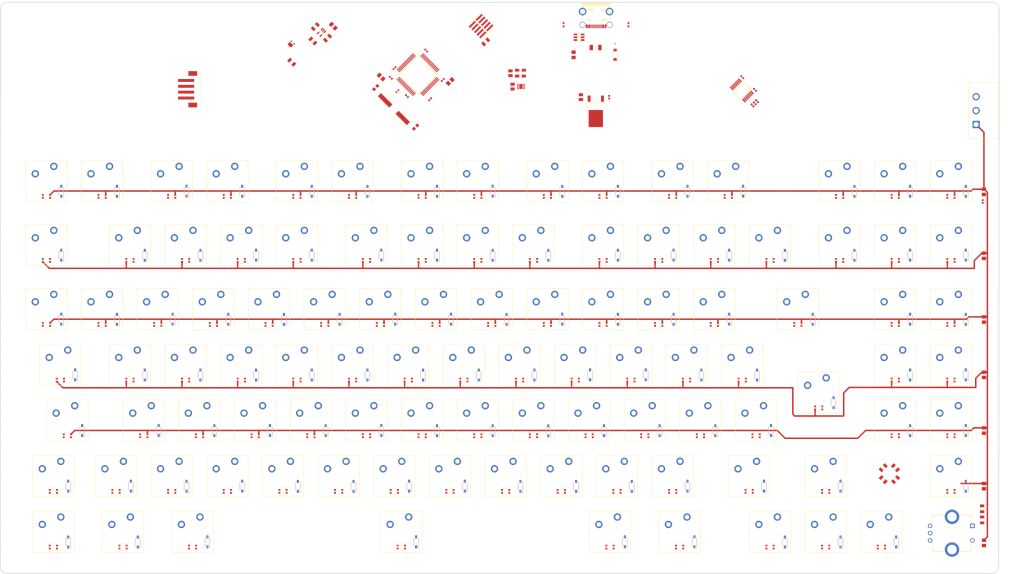
<source format=kicad_pcb>
(kicad_pcb (version 20221018) (generator pcbnew)
  (title_block (title "VesselKB") (date "2023-11-27") (rev "3.0"))
  (layers (0 "F.Cu" signal) (31 "B.Cu" signal) (34 "B.Paste" user) (35 "F.Paste" user) (36 "B.SilkS" user "B.Silkscreen") (37 "F.SilkS" user "F.Silkscreen") (38 "B.Mask" user) (39 "F.Mask" user) (44 "Edge.Cuts" user))
  (net 0 "")
  (net 1 "+5V")
  (net 4 "GND")
  (net 5 "Net-((LF50ABDT-TR)-IC3-INPUT)")
  (net 6 "+3.3V")
  (net 7 "DN")
  (net 8 "Net-(DualOutputLinearReg_IC1-ADJ1)")
  (net 9 "OSC_IN")
  (net 10 "Net-(Y1-X2)")
  (net 11 "NRST")
  (net 12 "RST")
  (net 13 "On{slash}OffSwitch")
  (net 14 "DP")
  (net 15 "Net-(USB-C1-VBUS_1)")
  (net 17 "Net-(MCU1-VCAP_1)")
  (net 18 "ROTARY-ENC_B")
  (net 19 "ROTARY-ENC_A")
  (net 20 "ROW0")
  (net 21 "Net-(D1-A)")
  (net 22 "Net-(D2-A)")
  (net 23 "Net-(D3-A)")
  (net 24 "Net-(D4-A)")
  (net 25 "Net-(D5-A)")
  (net 26 "Net-(D6-A)")
  (net 27 "Net-(D7-A)")
  (net 28 "Net-(D8-A)")
  (net 29 "Net-(D9-A)")
  (net 30 "Net-(D10-A)")
  (net 31 "Net-(D11-A)")
  (net 32 "Net-(D12-A)")
  (net 33 "Net-(D13-A)")
  (net 34 "Net-(D14-A)")
  (net 35 "Net-(D15-A)")
  (net 36 "ROW1")
  (net 37 "Net-(D16-A)")
  (net 38 "Net-(D17-A)")
  (net 39 "Net-(D18-A)")
  (net 40 "Net-(D19-A)")
  (net 41 "Net-(D20-A)")
  (net 42 "Net-(D21-A)")
  (net 43 "Net-(D22-A)")
  (net 44 "Net-(D23-A)")
  (net 45 "Net-(D24-A)")
  (net 46 "Net-(D25-A)")
  (net 47 "Net-(D26-A)")
  (net 48 "Net-(D27-A)")
  (net 49 "Net-(D28-A)")
  (net 50 "Net-(D29-A)")
  (net 51 "Net-(D30-A)")
  (net 52 "Net-(D31-A)")
  (net 53 "ROW2")
  (net 54 "Net-(D32-A)")
  (net 55 "Net-(D33-A)")
  (net 56 "Net-(D34-A)")
  (net 57 "Net-(D35-A)")
  (net 58 "Net-(D36-A)")
  (net 59 "Net-(D37-A)")
  (net 60 "Net-(D38-A)")
  (net 61 "Net-(D39-A)")
  (net 62 "Net-(D40-A)")
  (net 63 "Net-(D41-A)")
  (net 64 "Net-(D42-A)")
  (net 65 "Net-(D43-A)")
  (net 66 "Net-(D44-A)")
  (net 67 "Net-(D45-A)")
  (net 68 "Net-(D46-A)")
  (net 69 "Net-(D47-A)")
  (net 70 "ROW3")
  (net 71 "Net-(D48-A)")
  (net 72 "Net-(D49-A)")
  (net 73 "Net-(D50-A)")
  (net 74 "Net-(D51-A)")
  (net 75 "Net-(D52-A)")
  (net 76 "Net-(D53-A)")
  (net 77 "Net-(D54-A)")
  (net 78 "Net-(D55-A)")
  (net 79 "Net-(D56-A)")
  (net 80 "Net-(D57-A)")
  (net 81 "Net-(D58-A)")
  (net 82 "Net-(D59-A)")
  (net 83 "Net-(D60-A)")
  (net 84 "Net-(D61-A)")
  (net 85 "Net-(D62-A)")
  (net 86 "Net-(D63-A)")
  (net 87 "ROW4")
  (net 88 "Net-(D64-A)")
  (net 89 "Net-(D65-A)")
  (net 90 "Net-(D66-A)")
  (net 91 "Net-(D67-A)")
  (net 92 "Net-(D68-A)")
  (net 93 "Net-(D69-A)")
  (net 94 "Net-(D70-A)")
  (net 95 "Net-(D71-A)")
  (net 96 "Net-(D72-A)")
  (net 97 "Net-(D73-A)")
  (net 98 "Net-(D74-A)")
  (net 99 "Net-(D75-A)")
  (net 100 "Net-(D76-A)")
  (net 101 "Net-(D77-A)")
  (net 102 "Net-(D78-A)")
  (net 103 "ROW5")
  (net 104 "Net-(D79-A)")
  (net 105 "Net-(D80-A)")
  (net 106 "Net-(D81-A)")
  (net 107 "Net-(D82-A)")
  (net 108 "Net-(D83-A)")
  (net 109 "Net-(D84-A)")
  (net 110 "Net-(D85-A)")
  (net 111 "Net-(D86-A)")
  (net 112 "Net-(D87-A)")
  (net 113 "Net-(D88-A)")
  (net 114 "Net-(D89-A)")
  (net 115 "Net-(D90-A)")
  (net 116 "Net-(D91-A)")
  (net 117 "Net-(D92-A)")
  (net 118 "Net-(D93-A)")
  (net 119 "ROW6")
  (net 120 "Net-(D94-A)")
  (net 121 "Net-(D95-A)")
  (net 122 "Net-(D96-A)")
  (net 123 "Net-(D97-A)")
  (net 124 "Net-(D98-A)")
  (net 125 "Net-(D99-A)")
  (net 126 "Net-(D100-A)")
  (net 127 "Net-(D101-A)")
  (net 128 "Net-(D102-A)")
  (net 140 "RGBPIN")
  (net 141 "ROTARY-ENC_A_3v3")
  (net 142 "ROTARY-ENC_B_3v3")
  (net 143 "ROTARY-ENC_PUSH_3v3")
  (net 144 "Net-(Rotary_Encoder(20mm)_S4-CHANNEL_B)")
  (net 145 "Net-(Rotary_Encoder(20mm)_S4-CHANNEL_A)")
  (net 146 "ROTARY-ENC_PUSH")
  (net 147 "LogicLevelShifterOutput")
  (net 148 "MCUResetGPIO-OUT")
  (net 149 "Net-(J1-Pad2)")
  (net 150 "SWDCLK")
  (net 154 "SDA")
  (net 155 "SCL")
  (net 158 "Net-(LED1-DO)")
  (net 159 "Net-(LED1-DI)")
  (net 160 "Net-(LED2-DI)")
  (net 161 "Net-(LED3-DI)")
  (net 162 "Net-(LED4-DI)")
  (net 163 "Net-(LED5-DI)")
  (net 164 "Net-(LED6-DI)")
  (net 165 "Net-(LED7-DI)")
  (net 166 "Net-(LED8-DI)")
  (net 167 "Net-(LED10-DO)")
  (net 168 "Net-(LED10-DI)")
  (net 169 "Net-(LED11-DI)")
  (net 170 "Net-(LED12-DI)")
  (net 171 "Net-(LED13-DI)")
  (net 172 "Net-(LED14-DI)")
  (net 173 "Net-(LED16-DO)")
  (net 174 "Net-(LED17-DO)")
  (net 175 "Net-(LED18-DO)")
  (net 176 "Net-(LED19-DO)")
  (net 177 "Net-(LED20-DO)")
  (net 178 "Net-(LED21-DO)")
  (net 179 "Net-(LED22-DO)")
  (net 180 "Net-(LED23-DO)")
  (net 181 "Net-(LED24-DO)")
  (net 182 "Net-(LED25-DO)")
  (net 183 "Net-(LED26-DO)")
  (net 184 "Net-(LED27-DO)")
  (net 185 "Net-(LED28-DO)")
  (net 186 "Net-(LED29-DO)")
  (net 187 "Net-(LED30-DO)")
  (net 188 "Net-(LED31-DO)")
  (net 189 "Net-(LED32-DO)")
  (net 190 "Net-(LED32-DI)")
  (net 191 "Net-(LED33-DI)")
  (net 192 "Net-(LED34-DI)")
  (net 193 "Net-(LED35-DI)")
  (net 194 "Net-(LED36-DI)")
  (net 195 "Net-(LED37-DI)")
  (net 196 "Net-(LED38-DI)")
  (net 197 "Net-(LED39-DI)")
  (net 198 "Net-(LED40-DI)")
  (net 199 "Net-(LED41-DI)")
  (net 200 "Net-(LED42-DI)")
  (net 201 "Net-(LED43-DI)")
  (net 202 "Net-(LED44-DI)")
  (net 203 "Net-(LED45-DI)")
  (net 204 "Net-(LED46-DI)")
  (net 205 "Net-(LED48-DO)")
  (net 206 "Net-(LED49-DO)")
  (net 207 "Net-(LED50-DO)")
  (net 208 "Net-(LED51-DO)")
  (net 209 "Net-(LED52-DO)")
  (net 210 "Net-(LED53-DO)")
  (net 211 "Net-(LED54-DO)")
  (net 212 "Net-(LED55-DO)")
  (net 213 "Net-(LED56-DO)")
  (net 214 "Net-(LED57-DO)")
  (net 215 "Net-(LED58-DO)")
  (net 216 "Net-(LED59-DO)")
  (net 217 "Net-(LED60-DO)")
  (net 218 "Net-(LED61-DO)")
  (net 219 "Net-(LED62-DO)")
  (net 220 "Net-(LED63-DO)")
  (net 221 "Net-(LED64-DO)")
  (net 222 "Net-(LED64-DI)")
  (net 223 "Net-(LED65-DI)")
  (net 224 "Net-(LED66-DI)")
  (net 225 "Net-(LED67-DI)")
  (net 226 "Net-(LED68-DI)")
  (net 227 "Net-(LED69-DI)")
  (net 228 "Net-(LED70-DI)")
  (net 229 "Net-(LED71-DI)")
  (net 230 "Net-(LED72-DI)")
  (net 231 "Net-(LED73-DI)")
  (net 232 "Net-(LED74-DI)")
  (net 233 "Net-(LED75-DI)")
  (net 234 "Net-(LED76-DI)")
  (net 235 "Net-(LED77-DI)")
  (net 236 "Net-(LED79-DO)")
  (net 237 "Net-(LED80-DO)")
  (net 238 "Net-(LED81-DO)")
  (net 239 "Net-(LED82-DO)")
  (net 240 "Net-(LED83-DO)")
  (net 241 "Net-(LED84-DO)")
  (net 242 "Net-(LED85-DO)")
  (net 243 "Net-(LED86-DO)")
  (net 244 "Net-(LED87-DO)")
  (net 245 "Net-(LED88-DO)")
  (net 246 "Net-(LED89-DO)")
  (net 247 "Net-(LED90-DO)")
  (net 248 "Net-(LED91-DO)")
  (net 249 "Net-(LED92-DO)")
  (net 250 "Net-(LED102-DI)")
  (net 252 "Net-(LED94-DI)")
  (net 253 "Net-(LED95-DI)")
  (net 254 "Net-(LED96-DI)")
  (net 255 "Net-(LED97-DI)")
  (net 256 "Net-(LED98-DI)")
  (net 257 "Net-(LED100-DO)")
  (net 258 "Net-(LED100-DI)")
  (net 259 "Net-(LED101-DI)")
  (net 260 "OSC_OUT")
  (net 263 "COL0")
  (net 264 "COL1")
  (net 265 "COL2")
  (net 266 "COL3")
  (net 267 "COL4")
  (net 268 "COL5")
  (net 269 "COL6")
  (net 270 "COL7")
  (net 271 "COL8")
  (net 272 "SWDIO")
  (net 273 "COL9")
  (net 274 "COL10")
  (net 275 "COL11")
  (net 276 "COL12")
  (net 277 "GPIO_BOOT0_SIG")
  (net 278 "COL13")
  (net 279 "COL14")
  (net 280 "BOOT0_PIN")
  (net 281 "COL15")
  (net 282 "COL16")
  (net 283 "Net-(Schottky/ReversPolProtec1-A)")
  (net 284 "Net-(USB-C1-CC2)")
  (net 285 "Net-(Rotary_Encoder(20mm)_S4-NO)")
  (net 287 "Net-(USB-C1-CC1)")
  (net 290 "D+")
  (net 291 "D-")
  (footprint "SamacSys_Parts:RESC2012X50N" (layer "F.Cu") (at 343.8439 185.2209 45)
    (fp_text reference "R12" hide)
    (fp_text value "10k" hide)
  )
  (footprint "PCM_Switch_Keyboard_Cherry_MX:SW_Cherry_MX_PCB_1.00u" (layer "F.Cu") (at 205.105 87.1537)
    (fp_text reference "MX8" hide)
    (fp_text value "MX_SW_solder" hide)
  )
  (footprint "PCM_Switch_Keyboard_Cherry_MX:SW_Cherry_MX_PCB_1.00u" (layer "F.Cu") (at 367.03 169.0687)
    (fp_text reference "MX78" hide)
    (fp_text value "MX_SW_solder" hide)
  )
  (footprint "SamacSys_Parts:C0805" (layer "F.Cu") (at 195.6522 53.027 45)
    (fp_text reference "C29" hide)
    (fp_text value "4.7u" hide)
  )
  (footprint "SamacSys_Parts:CAPC1005X56N" (layer "F.Cu") (at 299.12582 61.20032 135)
    (fp_text reference "C41" hide)
    (fp_text value "0.01u" hide)
  )
  (footprint "WS2812BNano4684RGB-3rdParty:4684_ADA" (layer "F.Cu") (at 178.9113 212.3687)
    (fp_text reference "LED97" hide)
    (fp_text value "4684" hide)
  )
  (footprint "PCM_Switch_Keyboard_Cherry_MX:SW_Cherry_MX_PCB_1.00u" (layer "F.Cu") (at 343.2175 207.1687)
    (fp_text reference "MX102" hide)
    (fp_text value "MX_SW_solder" hide)
  )
  (footprint "SamacSys_Parts:RESC2012X50N" (layer "F.Cu") (at 149.479893 34.254593 45)
    (fp_text reference "R19" hide)
    (fp_text value "10k" hide)
  )
  (footprint "SamacSys_Parts:RESC2012X50N" (layer "F.Cu") (at 141.412393 46.416393 -45)
    (fp_text reference "R16" hide)
    (fp_text value "10k" hide)
  )
  (footprint "SamacSys_Parts:RESC2012X50N" (layer "F.Cu") (at 348.0898 189.3021 45)
    (fp_text reference "R14" hide)
    (fp_text value "10k" hide)
  )
  (footprint "PCM_Switch_Keyboard_Cherry_MX:SW_Cherry_MX_PCB_1.25u" (layer "F.Cu") (at 59.8488 207.1687)
    (fp_text reference "MX94" hide)
    (fp_text value "MX_SW_solder" hide)
  )
  (footprint "PCM_Switch_Keyboard_Cherry_MX:SW_Cherry_MX_PCB_1.00u" (layer "F.Cu") (at 195.58 188.1187)
    (fp_text reference "MX86" hide)
    (fp_text value "MX_SW_solder" hide)
  )
  (footprint "PCM_Switch_Keyboard_Cherry_MX:SW_Cherry_MX_PCB_1.00u" (layer "F.Cu") (at 147.955 169.0687)
    (fp_text reference "MX68" hide)
    (fp_text value "MX_SW_solder" hide)
  )
  (footprint "PCM_Switch_Keyboard_Cherry_MX:SW_Cherry_MX_PCB_1.00u" (layer "F.Cu") (at 347.98 150.0187)
    (fp_text reference "MX62" hide)
    (fp_text value "MX_SW_solder" hide)
  )
  (footprint "WS2812BNano4684RGB-3rdParty:4684_ADA" (layer "F.Cu") (at 138.43 193.3187 180)
    (fp_text reference "LED83" hide)
    (fp_text value "4684" hide)
  )
  (footprint "SamacSys_Parts:CAPC1005X55N" (layer "F.Cu") (at 299.97622 55.86582 -45)
    (fp_text reference "C39" hide)
    (fp_text value "0.1uF" hide)
  )
  (footprint "SamacSys_Parts:USB480003A" (layer "F.Cu") (at 245.58 30.483 180)
    (fp_text reference "USB-C1" hide)
    (fp_text value "USB4800-03-A" hide)
  )
  (footprint "WS2812BNano4684RGB-3rdParty:4684_ADA" (layer "F.Cu") (at 167.005 114.2612 180)
    (fp_text reference "LED21" hide)
    (fp_text value "4684" hide)
  )
  (footprint "WS2812BNano4684RGB-3rdParty:4684_ADA" (layer "F.Cu") (at 152.7175 136.1687)
    (fp_text reference "LED37" hide)
    (fp_text value "4684" hide)
  )
  (footprint "WS2812BNano4684RGB-3rdParty:4684_ADA" (layer "F.Cu") (at 64.6113 174.2687)
    (fp_text reference "LED64" hide)
    (fp_text value "4684" hide)
  )
  (footprint "PCM_Switch_Keyboard_Cherry_MX:SW_Cherry_MX_PCB_1.00u" (layer "F.Cu") (at 124.1425 150.0187)
    (fp_text reference "MX51" hide)
    (fp_text value "MX_SW_solder" hide)
  )
  (footprint "PCM_Switch_Keyboard_Cherry_MX:SW_Cherry_MX_PCB_1.00u" (layer "F.Cu") (at 128.905 169.0687)
    (fp_text reference "MX67" hide)
    (fp_text value "MX_SW_solder" hide)
  )
  (footprint "PCM_Switch_Keyboard_Cherry_MX:SW_Cherry_MX_PCB_1.00u" (layer "F.Cu") (at 233.68 188.1187)
    (fp_text reference "MX88" hide)
    (fp_text value "MX_SW_solder" hide)
  )
  (footprint "SamacSys_Parts:PMEG3005AESFYL" (layer "F.Cu") (at 252.095 40.209 90)
    (fp_text reference "TVSDiode/ESDSuppr1" hide)
    (fp_text value "PESD5V0C1BSFYL" hide)
  )
  (footprint "SamacSys_Parts:SOP65P640X120-14N" (layer "F.Cu") (at 295.48352 56.08852 -45)
    (fp_text reference "(BidirectionalLogicLevelShifter)IC4" hide)
    (fp_text value "TXB0104PWR" hide)
  )
  (footprint "PCM_Switch_Keyboard_Cherry_MX:SW_Cherry_MX_PCB_1.00u" (layer "F.Cu") (at 171.7675 130.9687)
    (fp_text reference "MX38" hide)
    (fp_text value "MX_SW_solder" hide)
  )
  (footprint "PCM_Switch_Keyboard_Cherry_MX:SW_Cherry_MX_PCB_1.00u" (layer "F.Cu") (at 190.8175 130.9687)
    (fp_text reference "MX39" hide)
    (fp_text value "MX_SW_solder" hide)
  )
  (footprint "PCM_Switch_Keyboard_Cherry_MX:SW_Cherry_MX_PCB_1.25u" (layer "F.Cu") (at 274.1613 207.1687)
    (fp_text reference "MX99" hide)
    (fp_text value "MX_SW_solder" hide)
  )
  (footprint "PCM_Switch_Keyboard_Cherry_MX:SW_Cherry_MX_PCB_1.00u" (layer "F.Cu") (at 367.03 150.0187)
    (fp_text reference "MX63" hide)
    (fp_text value "MX_SW_solder" hide)
  )
  (footprint "WS2812BNano4684RGB-3rdParty:4684_ADA" (layer "F.Cu") (at 162.2425 92.3537)
    (fp_text reference "LED6" hide)
    (fp_text value "4684" hide)
  )
  (footprint "PCM_Switch_Keyboard_Cherry_MX:SW_Cherry_MX_PCB_1.00u" (layer "F.Cu") (at 95.5675 130.9687)
    (fp_text reference "MX34" hide)
    (fp_text value "MX_SW_solder" hide)
  )
  (footprint "SamacSys_Parts:CAPC2012X140N" (layer "F.Cu") (at 240.393 58.386 -90)
    (fp_text reference "C33" hide)
    (fp_text value "10uF" hide)
  )
  (footprint "WS2812BNano4684RGB-3rdParty:4684_ADA" (layer "F.Cu") (at 162.2425 155.2187 180)
    (fp_text reference "LED53" hide)
    (fp_text value "4684" hide)
  )
  (footprint "PCM_Switch_Keyboard_Cherry_MX:SW_Cherry_MX_PCB_1.00u" (layer "F.Cu") (at 57.4675 130.9687)
    (fp_text reference "MX32" hide)
    (fp_text value "MX_SW_solder" hide)
  )
  (footprint "WS2812BNano4684RGB-3rdParty:4684_ADA" (layer "F.Cu") (at 186.055 174.2687)
    (fp_text reference "LED70" hide)
    (fp_text value "4684" hide)
  )
  (footprint "WS2812BNano4684RGB-3rdParty:4684_ADA" (layer "F.Cu") (at 286.0675 114.2612 180)
    (fp_text reference "LED27" hide)
    (fp_text value "4684" hide)
  )
  (footprint "WS2812BNano4684RGB-3rdParty:4684_ADA" (layer "F.Cu") (at 238.4425 155.2187 180)
    (fp_text reference "LED57" hide)
    (fp_text value "4684" hide)
  )
  (footprint "PCM_Switch_Keyboard_Cherry_MX:SW_Cherry_MX_PCB_1.00u" (layer "F.Cu") (at 186.055 109.0612)
    (fp_text reference "MX22" hide)
    (fp_text value "MX_SW_solder" hide)
  )
  (footprint "WS2812BNano4684RGB-3rdParty:4684_ADA" (layer "F.Cu") (at 176.53 193.3187 180)
    (fp_text reference "LED85" hide)
    (fp_text value "4684" hide)
  )
  (footprint "PCM_Switch_Keyboard_Cherry_MX:SW_Cherry_MX_PCB_1.00u" (layer "F.Cu") (at 143.1925 87.1537)
    (fp_text reference "MX5" hide)
    (fp_text value "MX_SW_solder" hide)
  )
  (footprint "SamacSys_Parts:HUSSP10W40P127_2X5_635X340X420P" (layer "F.Cu") (at 206.206596 34.077404 135)
    (fp_text reference "J1" hide)
    (fp_text value "JTAG/SWD 10pins Headers" hide)
  )
  (footprint "WS2812BNano4684RGB-3rdParty:4684_ADA" (layer "F.Cu") (at 181.2925 155.2187 180)
    (fp_text reference "LED54" hide)
    (fp_text value "4684" hide)
  )
  (footprint "PCM_Switch_Keyboard_Cherry_MX:SW_Cherry_MX_PCB_1.00u" (layer "F.Cu") (at 57.4675 87.1537)
    (fp_text reference "MX1" hide)
    (fp_text value "MX_SW_solder" hide)
  )
  (footprint "PCM_Switch_Keyboard_Cherry_MX:SW_Cherry_MX_PCB_1.00u" (layer "F.Cu") (at 86.0425 150.0187)
    (fp_text reference "MX49" hide)
    (fp_text value "MX_SW_solder" hide)
  )
  (footprint "PCM_Switch_Keyboard_Cherry_MX:SW_Cherry_MX_PCB_1.25u" (layer "F.Cu") (at 250.3488 207.1687)
    (fp_text reference "MX98" hide)
    (fp_text value "MX_SW_solder" hide)
  )
  (footprint "WS2812BNano4684RGB-3rdParty:4684_ADA" (layer "F.Cu") (at 214.63 193.3187 180)
    (fp_text reference "LED87" hide)
    (fp_text value "4684" hide)
  )
  (footprint "SamacSys_Parts:CAPC1005X55N" (layer "F.Cu") (at 250.063 58.409 -90)
    (fp_text reference "C32" hide)
    (fp_text value "0.1uF" hide)
  )
  (footprint "WS2812BNano4684RGB-3rdParty:4684_ADA" (layer "F.Cu") (at 143.1925 114.2612 180)
    (fp_text reference "LED20" hide)
    (fp_text value "4684" hide)
  )
  (footprint "WS2812BNano4684RGB-3rdParty:4684_ADA" (layer "F.Cu") (at 205.105 174.2687)
    (fp_text reference "LED71" hide)
    (fp_text value "4684" hide)
  )
  (footprint "WS2812BNano4684RGB-3rdParty:4684_ADA" (layer "F.Cu") (at 324.1675 212.3687)
    (fp_text reference "LED101" hide)
    (fp_text value "4684" hide)
  )
  (footprint "SPDTSlide:SW_L102021ML04Q" (layer "F.Cu") (at 375.6515 62.992 90)
    (fp_text reference "S6" hide)
    (fp_text value "On/On SPDT" hide)
  )
  (footprint "PCM_Switch_Keyboard_Cherry_MX:SW_Cherry_MX_PCB_1.00u" (layer "F.Cu") (at 367.03 87.1537)
    (fp_text reference "MX15" hide)
    (fp_text value "MX_SW_solder" hide)
  )
  (footprint "WS2812BNano4684RGB-3rdParty:4684_ADA" (layer "F.Cu") (at 252.73 193.3187 180)
    (fp_text reference "LED89" hide)
    (fp_text value "4684" hide)
  )
  (footprint "WS2812BNano4684RGB-3rdParty:4684_ADA" (layer "F.Cu") (at 250.3488 212.3687)
    (fp_text reference "LED98" hide)
    (fp_text value "4684" hide)
  )
  (footprint "SamacSys_Parts:RESC2012X50N" (layer "F.Cu") (at 153.670893 38.191593 45)
    (fp_text reference "R18" hide)
    (fp_text value "10k" hide)
  )
  (footprint "WS2812BNano4684RGB-3rdParty:4684_ADA" (layer "F.Cu") (at 367.03 114.2612 180)
    (fp_text reference "LED31" hide)
    (fp_text value "4684" hide)
  )
  (footprint "WS2812BNano4684RGB-3rdParty:4684_ADA" (layer "F.Cu") (at 219.3925 155.2187 180)
    (fp_text reference "LED56" hide)
    (fp_text value "4684" hide)
  )
  (footprint "SamacSys_Parts:C0805" (layer "F.Cu") (at 378.333 172.477 90)
    (fp_text reference "C13" hide)
    (fp_text value "4.7u" hide)
  )
  (footprint "SamacSys_Parts:BC55PASQX" (layer "F.Cu") (at 141.160693 40.257593 135)
    (fp_text reference "PNPTransistor1" hide)
    (fp_text value "BC51-10PA-QX" hide)
  )
  (footprint "SamacSys_Parts:CAPC2012X140N" (layer "F.Cu") (at 217 54.769 -90)
    (fp_text reference "C43" hide)
    (fp_text value "1u" hide)
  )
  (footprint "PCM_Switch_Keyboard_Cherry_MX:SW_Cherry_MX_PCB_1.75u" (layer "F.Cu") (at 297.9738 188.1187)
    (fp_text reference "MX91" hide)
    (fp_text value "MX_SW_solder" hide)
  )
  (footprint "PCM_Switch_Keyboard_Cherry_MX:SW_Cherry_MX_PCB_1.00u" (layer "F.Cu") (at 81.28 188.1187)
    (fp_text reference "MX80" hide)
    (fp_text value "MX_SW_solder" hide)
  )
  (footprint "PCM_Switch_Keyboard_Cherry_MX:SW_Cherry_MX_PCB_2.00u" (layer "F.Cu") (at 314.6425 130.9687)
    (fp_text reference "MX45" hide)
    (fp_text value "MX_SW_solder" hide)
  )
  (footprint "WS2812BNano4684RGB-3rdParty:4684_ADA" (layer "F.Cu") (at 274.1613 212.3687)
    (fp_text reference "LED99" hide)
    (fp_text value "4684" hide)
  )
  (footprint "SamacSys_Parts:C0805" (layer "F.Cu") (at 378.333 90.794 90)
    (fp_text reference "C9" hide)
    (fp_text value "4.7u" hide)
  )
  (footprint "SamacSys_Parts:C0805" (layer "F.Cu") (at 378.333 134.482 90)
    (fp_text reference "C11" hide)
    (fp_text value "4.7u" hide)
  )
  (footprint "WS2812BNano4684RGB-3rdParty:4684_ADA" (layer "F.Cu") (at 321.7863 164.7437 180)
    (fp_text reference "LED61" hide)
    (fp_text value "4684" hide)
  )
  (footprint "SamacSys_Parts:CAPC1005X55N" (layer "F.Cu") (at 187.456669 42.415669 -45)
    (fp_text reference "C28" hide)
    (fp_text value "0.1uF" hide)
  )
  (footprint "WS2812BNano4684RGB-3rdParty:4684_ADA" (layer "F.Cu") (at 328.93 92.3537)
    (fp_text reference "LED13" hide)
    (fp_text value "4684" hide)
  )
  (footprint "WS2812BNano4684RGB-3rdParty:4684_ADA" (layer "F.Cu") (at 100.33 193.3187 180)
    (fp_text reference "LED81" hide)
    (fp_text value "4684" hide)
  )
  (footprint "PCM_Switch_Keyboard_Cherry_MX:SW_Cherry_MX_PCB_1.00u" (layer "F.Cu") (at 228.9175 87.1537)
    (fp_text reference "MX9" hide)
    (fp_text value "MX_SW_solder" hide)
  )
  (footprint "WS2812BNano4684RGB-3rdParty:4684_ADA" (layer "F.Cu") (at 105.0925 114.2612 180)
    (fp_text reference "LED18" hide)
    (fp_text value "4684" hide)
  )
  (footprint "PCM_Switch_Keyboard_Cherry_MX:SW_Cherry_MX_PCB_1.00u" (layer "F.Cu") (at 305.1175 207.1687)
    (fp_text reference "MX100" hide)
    (fp_text value "MX_SW_solder" hide)
  )
  (footprint "SamacSys_Parts:TO228P972X240-3N" (layer "F.Cu") (at 245.491 63.246 -90)
    (fp_text reference "(LF50ABDT-TR)-IC3" hide)
    (fp_text value "5VOutput_VoltageRegulator" hide)
  )
  (footprint "WS2812BNano4684RGB-3rdParty:4684_ADA" (layer "F.Cu") (at 81.28 193.3187 180)
    (fp_text reference "LED80" hide)
    (fp_text value "4684" hide)
  )
  (footprint "WS2812BNano4684RGB-3rdParty:4684_ADA" (layer "F.Cu") (at 367.03 92.3537)
    (fp_text reference "LED15" hide)
    (fp_text value "4684" hide)
  )
  (footprint "WS2812BNano4684RGB-3rdParty:4684_ADA" (layer "F.Cu") (at 143.1925 155.2187 180)
    (fp_text reference "LED52" hide)
    (fp_text value "4684" hide)
  )
  (footprint "PCM_Switch_Keyboard_Cherry_MX:SW_Cherry_MX_PCB_1.00u" (layer "F.Cu") (at 119.38 188.1187)
    (fp_text reference "MX82" hide)
    (fp_text value "MX_SW_solder" hide)
  )
  (footprint "WS2812BNano4684RGB-3rdParty:4684_ADA" (layer "F.Cu") (at 157.48 193.3187 180)
    (fp_text reference "LED84" hide)
    (fp_text value "4684" hide)
  )
  (footprint "WS2812BNano4684RGB-3rdParty:4684_ADA" (layer "F.Cu") (at 200.3425 155.2187 180)
    (fp_text reference "LED55" hide)
    (fp_text value "4684" hide)
  )
  (footprint "WS2812BNano4684RGB-3rdParty:4684_ADA" (layer "F.Cu") (at 228.9175 136.1687)
    (fp_text reference "LED41" hide)
    (fp_text value "4684" hide)
  )
  (footprint "SamacSys_Parts:C0603" (layer "F.Cu") (at 170.1528 55.1041 -135)
    (fp_text reference "C1" hide)
    (fp_text value "20pF" hide)
  )
  (footprint "SamacSys_Parts:C0805" (layer "F.Cu") (at 237.871 43.9022 -90)
    (fp_text reference "C18" hide)
    (fp_text value "4.7u" hide)
  )
  (footprint "SamacSys_Parts:CAPC2012X140N" (layer "F.Cu") (at 216.281 50.197 -90)
    (fp_text reference "C45" hide)
    (fp_text value "1u" hide)
  )
  (footprint "PCM_Switch_Keyboard_Cherry_MX:SW_Cherry_MX_PCB_1.00u" (layer "F.Cu") (at 176.53 188.1187)
    (fp_text reference "MX85" hide)
    (fp_text value "MX_SW_solder" hide)
  )
  (footprint "SamacSys_Parts:QFP50P1200X1200X160-64N" (layer "F.Cu") (at 184.658 50.673 45)
    (fp_text reference "MCU1" hide)
    (fp_text value "STM32F446RET6TR" hide)
  )
  (footprint "PCM_Switch_Keyboard_Cherry_MX:SW_Cherry_MX_PCB_1.00u" (layer "F.Cu") (at 252.73 188.1187)
    (fp_text reference "MX89" hide)
    (fp_text value "MX_SW_solder" hide)
  )
  (footprint "SamacSys_Parts:CAPC1005X55N" (layer "F.Cu") (at 377.909 94.115 90)
    (fp_text reference "C42" hide)
    (fp_text value "0.1uF" hide)
  )
  (footprint "PCM_Switch_Keyboard_Cherry_MX:SW_Cherry_MX_PCB_1.00u" (layer "F.Cu") (at 324.1675 188.1187)
    (fp_text reference "MX92" hide)
    (fp_text value "MX_SW_solder" hide)
  )
  (footprint "WS2812BNano4684RGB-3rdParty:4684_ADA" (layer "F.Cu") (at 76.5175 92.3537)
    (fp_text reference "LED2" hide)
    (fp_text value "4684" hide)
  )
  (footprint "PCM_Switch_Keyboard_Cherry_MX:SW_Cherry_MX_PCB_1.00u" (layer "F.Cu") (at 162.2425 150.0187)
    (fp_text reference "MX53" hide)
    (fp_text value "MX_SW_solder" hide)
  )
  (footprint "SamacSys_Parts:RESC1005X40N" (layer "F.Cu") (at 256.667 33.613 90)
    (fp_text reference "R15" hide)
    (fp_text value "5.1 kOhms" hide)
  )
  (footprint "WS2812BNano4684RGB-3rdParty:4684_ADA" (layer "F.Cu") (at 367.03 174.2687)
    (fp_text reference "LED78" hide)
    (fp_text value "4684" hide)
  )
  (footprint "SamacSys_Parts:C0805" (layer "F.Cu") (at 378.333 112.66 90)
    (fp_text reference "C10" hide)
    (fp_text value "4.7u" hide)
  )
  (footprint "WS2812BNano4684RGB-3rdParty:4684_ADA" (layer "F.Cu") (at 324.1675 193.3187 180)
    (fp_text reference "LED92" hide)
    (fp_text value "4684" hide)
  )
  (footprint "SamacSys_Parts:PEC12R3220FS0024" (layer "F.Cu") (at 374.396 205.115 -90)
    (fp_text reference "Rotary_Encoder(20mm)_S4" hide)
    (fp_text value "PEC12R-3220F-S0024" hide)
  )
  (footprint "SamacSys_Parts:C0603" (layer "F.Cu") (at 183.8111 68.6238 -135)
    (fp_text reference "C2" hide)
    (fp_text value "20pF" hide)
  )
  (footprint "WS2812BNano4684RGB-3rdParty:4684_ADA" (layer "F.Cu") (at 76.5175 136.1687)
    (fp_text reference "LED33" hide)
    (fp_text value "4684" hide)
  )
  (footprint "WS2812BNano4684RGB-3rdParty:4684_ADA" (layer "F.Cu") (at 167.005 174.2687)
    (fp_text reference "LED69" hide)
    (fp_text value "4684" hide)
  )
  (footprint "PCM_Switch_Keyboard_Cherry_MX:SW_Cherry_MX_PCB_1.00u" (layer "F.Cu") (at 57.4675 109.0612)
    (fp_text reference "MX16" hide)
    (fp_text value "MX_SW_solder" hide)
  )
  (footprint "PCM_Switch_Keyboard_Cherry_MX:SW_Cherry_MX_PCB_1.00u" (layer "F.Cu") (at 295.5925 150.0187)
    (fp_text reference "MX60" hide)
    (fp_text value "MX_SW_solder" hide)
  )
  (footprint "WS2812BNano4684RGB-3rdParty:4684_ADA" (layer "F.Cu") (at 90.805 174.2687)
    (fp_text reference "LED65" hide)
    (fp_text value "4684" hide)
  )
  (footprint "WS2812BNano4684RGB-3rdParty:4684_ADA" (layer "F.Cu") (at 62.23 155.2187 180)
    (fp_text reference "LED48" hide)
    (fp_text value "4684" hide)
  )
  (footprint "PCM_Switch_Keyboard_Cherry_MX:SW_Cherry_MX_PCB_1.00u" (layer "F.Cu") (at 347.98 109.0612)
    (fp_text reference "MX30" hide)
    (fp_text value "MX_SW_solder" hide)
  )
  (footprint "PCM_Mounting_Keyboard_Stabilizer:Stabilizer_Cherry_MX_2.00u" (layer "F.Cu") (at 314.6425 130.9687 180)
    (fp_text reference "S1" hide)
    (fp_text value "MX_stab" hide)
  )
  (footprint "PCM_Switch_Keyboard_Cherry_MX:SW_Cherry_MX_PCB_1.00u" (layer "F.Cu") (at 224.155 109.0612)
    (fp_text reference "MX24" hide)
    (fp_text value "MX_SW_solder" hide)
  )
  (footprint "WS2812BNano4684RGB-3rdParty:4684_ADA" (layer "F.Cu") (at 100.33 92.3537)
    (fp_text reference "LED3" hide)
    (fp_text value "4684" hide)
  )
  (footprint "PCM_Switch_Keyboard_Cherry_MX:SW_Cherry_MX_PCB_1.00u" (layer "F.Cu") (at 162.2425 87.1537)
    (fp_text reference "MX6" hide)
    (fp_text value "MX_SW_solder" hide)
  )
  (footprint "PCM_Switch_Keyboard_Cherry_MX:SW_Cherry_MX_PCB_1.00u" (layer "F.Cu") (at 86.0425 109.0612)
    (fp_text reference "MX17" hide)
    (fp_text value "MX_SW_solder" hide)
  )
  (footprint "WS2812BNano4684RGB-3rdParty:4684_ADA" (layer "F.Cu") (at 367.03 193.3187 180)
    (fp_text reference "LED93" hide)
    (fp_text value "4684" hide)
  )
  (footprint "PCM_Switch_Keyboard_Cherry_MX:SW_Cherry_MX_PCB_1.00u" (layer "F.Cu") (at 119.38 87.1537)
    (fp_text reference "MX4" hide)
    (fp_text value "MX_SW_solder" hide)
  )
  (footprint "PCM_Switch_Keyboard_Cherry_MX:SW_Cherry_MX_PCB_1.00u" (layer "F.Cu") (at 186.055 169.0687)
    (fp_text reference "MX70" hide)
    (fp_text value "MX_SW_solder" hide)
  )
  (footprint "PCM_Switch_Keyboard_Cherry_MX:SW_Cherry_MX_PCB_1.00u" (layer "F.Cu") (at 267.0175 130.9687)
    (fp_text reference "MX43" hide)
    (fp_text value "MX_SW_solder" hide)
  )
  (footprint "WS2812BNano4684RGB-3rdParty:4684_ADA" (layer "F.Cu") (at 195.58 193.3187 180)
    (fp_text reference "LED86" hide)
    (fp_text value "4684" hide)
  )
  (footprint "WS2812BNano4684RGB-3rdParty:4684_ADA" (layer "F.Cu") (at 147.955 174.2687)
    (fp_text reference "LED68" hide)
    (fp_text value "4684" hide)
  )
  (footprint "PCM_Switch_Keyboard_Cherry_MX:SW_Cherry_MX_PCB_1.00u" (layer "F.Cu") (at 124.1425 109.0612)
    (fp_text reference "MX19" hide)
    (fp_text value "MX_SW_solder" hide)
  )
  (footprint "PCM_Switch_Keyboard_Cherry_MX:SW_Cherry_MX_PCB_1.00u" (layer "F.Cu") (at 276.5425 150.0187)
    (fp_text reference "MX59" hide)
    (fp_text value "MX_SW_solder" hide)
  )
  (footprint "SamacSys_Parts:RESC2012X50N" (layer "F.Cu") (at 377.698 199.263 90)
    (fp_text reference "R21" hide)
    (fp_text value "10k" hide)
  )
  (footprint "PCM_Switch_Keyboard_Cherry_MX:SW_Cherry_MX_PCB_1.00u" (layer "F.Cu") (at 228.9175 130.9687)
    (fp_text reference "MX41" hide)
    (fp_text value "MX_SW_solder" hide)
  )
  (footprint "PCM_Switch_Keyboard_Cherry_MX:SW_Cherry_MX_PCB_1.00u" (layer "F.Cu") (at 209.8675 130.9687)
    (fp_text reference "MX40" hide)
    (fp_text value "MX_SW_solder" hide)
  )
  (footprint "WS2812BNano4684RGB-3rdParty:4684_ADA" (layer "F.Cu") (at 243.205 174.2687)
    (fp_text reference "LED73" hide)
    (fp_text value "4684" hide)
  )
  (footprint "WS2812BNano4684RGB-3rdParty:4684_ADA" (layer "F.Cu") (at 124.1425 155.2187 180)
    (fp_text reference "LED51" hide)
    (fp_text value "4684" hide)
  )
  (footprint "PCM_Switch_Keyboard_Cherry_MX:SW_Cherry_MX_PCB_1.00u" (layer "F.Cu") (at 167.005 109.0612)
    (fp_text reference "MX21" hide)
    (fp_text value "MX_SW_solder" hide)
  )
  (footprint "PCM_Switch_Keyboard_Cherry_MX:SW_Cherry_MX_PCB_ISOEnter" (layer "F.Cu") (at 321.7863 159.5437)
    (fp_text reference "MX61" hide)
    (fp_text value "MX_SW_solder" hide)
  )
  (footprint "WS2812BNano4684RGB-3rdParty:4684_ADA" (layer "F.Cu") (at 343.2175 212.3687)
    (fp_text reference "LED102" hide)
    (fp_text value "4684" hide)
  )
  (footprint "SamacSys_Parts:RESC2012X50N" (layer "F.Cu") (at 218.567 50.165 90)
    (fp_text reference "R25" hide)
    (fp_text value "56" hide)
  )
  (footprint "SamacSys_Parts:RESC2012X50N" (layer "F.Cu") (at 348.0349 185.2209 135)
    (fp_text reference "R13" hide)
    (fp_text value "10k" hide)
  )
  (footprint "MountingHole:MountingHole_6.5mm" (layer "F.Cu") (at 50.189 169.025)
    (fp_text reference "H2" hide)
    (fp_text value "MountingHole" hide)
  )
  (footprint "SamacSys_Parts:CAPC1005X56N" (layer "F.Cu") (at 300.64982 59.74532 -45)
    (fp_text reference "C37" hide)
    (fp_text value "0.01u" hide)
  )
  (footprint "WS2812BNano4684RGB-3rdParty:4684_ADA" (layer "F.Cu") (at 295.5925 155.2187 180)
    (fp_text reference "LED60" hide)
    (fp_text value "4684" hide)
  )
  (footprint "WS2812BNano4684RGB-3rdParty:4684_ADA" (layer "F.Cu") (at 267.0175 114.2612 180)
    (fp_text reference "LED26" hide)
    (fp_text value "4684" hide)
  )
  (footprint "PCM_Mounting_Keyboard_Stabilizer:Stabilizer_Cherry_MX_2.00u" (layer "F.Cu") (at 321.7863 159.5437 90)
    (fp_text reference "S2" hide)
    (fp_text value "MX_stab" hide)
  )
  (footprint "WS2812BNano4684RGB-3rdParty:4684_ADA" (layer "F.Cu") (at 305.1175 212.3687)
    (fp_text reference "LED100" hide)
    (fp_text value "4684" hide)
  )
  (footprint "WS2812BNano4684RGB-3rdParty:4684_ADA" (layer "F.Cu") (at 347.98 174.2687)
    (fp_text reference "LED77" hide)
    (fp_text value "4684" hide)
  )
  (footprint "PCM_Switch_Keyboard_Cherry_MX:SW_Cherry_MX_PCB_1.00u" (layer "F.Cu") (at 286.0675 109.0612)
    (fp_text reference "MX27" hide)
    (fp_text value "MX_SW_solder" hide)
  )
  (footprint "PCM_Switch_Keyboard_Cherry_MX:SW_Cherry_MX_PCB_1.00u" (layer "F.Cu") (at 138.43 188.1187)
    (fp_text reference "MX83" hide)
    (fp_text value "MX_SW_solder" hide)
  )
  (footprint "WS2812BNano4684RGB-3rdParty:4684_ADA" (layer "F.Cu") (at 143.1925 92.3537)
    (fp_text reference "LED5" hide)
    (fp_text value "4684" hide)
  )
  (footprint "WS2812BNano4684RGB-3rdParty:4684_ADA" (layer "F.Cu") (at 257.4925 155.2187 180)
    (fp_text reference "LED58" hide)
    (fp_text value "4684" hide)
  )
  (footprint "MountingHole:MountingHole_5.5mm" (layer "F.Cu") (at 371.729 36.195)
    (fp_text reference "H3" hide)
    (fp_text value "MountingHole" hide)
  )
  (footprint "PCM_Switch_Keyboard_Cherry_MX:SW_Cherry_MX_PCB_1.00u" (layer "F.Cu") (at 205.105 169.0687)
    (fp_text reference "MX71" hide)
    (fp_text value "MX_SW_solder" hide)
  )
  (footprint "WS2812BNano4684RGB-3rdParty:4684_ADA" (layer "F.Cu") (at 297.9738 193.3187 180)
    (fp_text reference "LED91" hide)
    (fp_text value "4684" hide)
  )
  (footprint "PCM_Switch_Keyboard_Cherry_MX:SW_Cherry_MX_PCB_1.25u" (layer "F.Cu") (at 107.4738 207.1687)
    (fp_text reference "MX96" hide)
    (fp_text value "MX_SW_solder" hide)
  )
  (footprint "PCM_Switch_Keyboard_Cherry_MX:SW_Cherry_MX_PCB_1.00u" (layer "F.Cu") (at 305.1175 109.0612)
    (fp_text reference "MX28" hide)
    (fp_text value "MX_SW_solder" hide)
  )
  (footprint "WS2812BNano4684RGB-3rdParty:4684_ADA" (layer "F.Cu") (at 233.68 193.3187 180)
    (fp_text reference "LED88" hide)
    (fp_text value "4684" hide)
  )
  (footprint "SamacSys_Parts:C0805" (layer "F.Cu") (at 155.634997 34.095997 135)
    (fp_text reference "C8" hide)
    (fp_text value "0.1u" hide)
  )
  (footprint "PCM_Switch_Keyboard_Cherry_MX:SW_Cherry_MX_PCB_1.00u" (layer "F.Cu") (at 143.1925 150.0187)
    (fp_text reference "MX52" hide)
    (fp_text value "MX_SW_solder" hide)
  )
  (footprint "WS2812BNano4684RGB-3rdParty:4684_ADA" (layer "F.Cu") (at 186.055 92.3537)
    (fp_text reference "LED7" hide)
    (fp_text value "4684" hide)
  )
  (footprint "PCM_Switch_Keyboard_Cherry_MX:SW_Cherry_MX_PCB_1.00u" (layer "F.Cu") (at 200.3425 150.0187)
    (fp_text reference "MX55" hide)
    (fp_text value "MX_SW_solder" hide)
  )
  (footprint "WS2812BNano4684RGB-3rdParty:4684_ADA" (layer "F.Cu") (at 57.4675 114.2612 180)
    (fp_text reference "LED16" hide)
    (fp_text value "4684" hide)
  )
  (footprint "WS2812BNano4684RGB-3rdParty:4684_ADA" (layer "F.Cu") (at 57.4675 92.3537)
    (fp_text reference "LED1" hide)
    (fp_text value "4684" hide)
  )
  (footprint "PCM_Switch_Keyboard_Cherry_MX:SW_Cherry_MX_PCB_1.00u" (layer "F.Cu") (at 76.5175 130.9687)
    (fp_text reference "MX33" hide)
    (fp_text value "MX_SW_solder" hide)
  )
  (footprint "PCM_Switch_Keyboard_Cherry_MX:SW_Cherry_MX_PCB_1.00u" (layer "F.Cu") (at 281.305 169.0687)
    (fp_text reference "MX75" hide)
    (fp_text value "MX_SW_solder" hide)
  )
  (footprint "PCM_Switch_Keyboard_Cherry_MX:SW_Cherry_MX_PCB_1.00u" (layer "F.Cu") (at 347.98 130.9687)
    (fp_text reference "MX46" hide)
    (fp_text value "MX_SW_solder" hide)
  )
  (footprint "PCM_Switch_Keyboard_Cherry_MX:SW_Cherry_MX_PCB_1.00u" (layer "F.Cu") (at 157.48 188.1187)
    (fp_text reference "MX84" hide)
    (fp_text value "MX_SW_solder" hide)
  )
  (footprint "PCM_Switch_Keyboard_Cherry_MX:SW_Cherry_MX_PCB_1.00u" (layer "F.Cu") (at 219.3925 150.0187)
    (fp_text reference "MX56" hide)
    (fp_text value "MX_SW_solder" hide)
  )
  (footprint "PCM_Switch_Keyboard_Cherry_MX:SW_Cherry_MX_PCB_1.00u" (layer "F.Cu") (at 167.005 169.0687)
    (fp_text reference "MX69" hide)
    (fp_text value "MX_SW_solder" hide)
  )
  (footprint "PCM_Switch_Keyboard_Cherry_MX:SW_Cherry_MX_PCB_1.00u" (layer "F.Cu") (at 271.78 87.1537)
    (fp_text reference "MX11" hide)
    (fp_text value "MX_SW_solder" hide)
  )
  (footprint "WS2812BNano4684RGB-3rdParty:4684_ADA" (layer "F.Cu") (at 209.8675 136.1687)
    (fp_text reference "LED40" hide)
    (fp_text value "4684" hide)
  )
  (footprint "WS2812BNano4684RGB-3rdParty:4684_ADA" (layer "F.Cu") (at 190.8175 136.1687)
    (fp_text reference "LED39" hide)
    (fp_text value "4684" hide)
  )
  (footprint "PCM_Switch_Keyboard_Cherry_MX:SW_Cherry_MX_PCB_1.25u" (layer "F.Cu") (at 59.8488 188.1187)
    (fp_text reference "MX79" hide)
    (fp_text value "MX_SW_solder" hide)
  )
  (footprint "WS2812BNano4684RGB-3rdParty:4684_ADA" (layer "F.Cu") (at 128.905 174.2687)
    (fp_text reference "LED67" hide)
    (fp_text value "4684" hide)
  )
  (footprint "PCM_Switch_Keyboard_Cherry_MX:SW_Cherry_MX_PCB_1.00u" (layer "F.Cu") (at 152.7175 130.9687)
    (fp_text reference "MX37" hide)
    (fp_text value "MX_SW_solder" hide)
  )
  (footprint "SamacSys_Parts:SOT65P212X110-5N" (layer "F.Cu") (at 151.583993 36.214493 -135)
    (fp_text reference "(AND_Gate)IC6" hide)
    (fp_text value "74AUP1G09GW-Q100H" hide)
  )
  (footprint "MountingHole:MountingHole_5.5mm" (layer "F.Cu") (at 54.229 36.195)
    (fp_text reference "H1" hide)
    (fp_text value "MountingHole" hide)
  )
  (footprint "PCM_Switch_Keyboard_Cherry_MX:SW_Cherry_MX_PCB_1.00u" (layer "F.Cu") (at 367.03 188.1187)
    (fp_text reference "MX93" hide)
    (fp_text value "MX_SW_solder" hide)
  )
  (footprint "SamacSys_Parts:SON50P200X200X65-9N-D" (layer "F.Cu") (at 219.871 54.733)
    (fp_text reference "DualOutputLinearReg_IC1" hide)
    (fp_text value "ADP223ACPZ-R7" hide)
  )
  (footprint "WS2812BNano4684RGB-3rdParty:4684_ADA" (layer "F.Cu") (at 247.9675 92.3537)
    (fp_text reference "LED10" hide)
    (fp_text value "4684" hide)
  )
  (footprint "PCM_Switch_Keyboard_Cherry_MX:SW_Cherry_MX_PCB_1.00u" (layer "F.Cu") (at 100.33 87.1537)
    (fp_text reference "MX3" hide)
    (fp_text value "MX_SW_solder" hide)
  )
  (footprint "PCM_Switch_Keyboard_Cherry_MX:SW_Cherry_MX_PCB_1.00u" (layer "F.Cu") (at 328.93 109.0612)
    (fp_text reference "MX29" hide)
    (fp_text value "MX_SW_solder" hide)
  )
  (footprint "WS2812BNano4684RGB-3rdParty:4684_ADA" (layer "F.Cu") (at 305.1175 114.2612 180)
    (fp_text reference "LED28" hide)
    (fp_text value "4684" hide)
  )
  (footprint "PCM_Switch_Keyboard_Cherry_MX:SW_Cherry_MX_PCB_6.25u" (layer "F.Cu") (at 178.9113 207.1687)
    (fp_text reference "MX97" hide)
    (fp_text value "MX_SW_solder" hide)
  )
  (footprint "PCM_Switch_Keyboard_Cherry_MX:SW_Cherry_MX_PCB_1.00u" (layer "F.Cu") (at 100.33 188.1187)
    (fp_text reference "MX81" hide)
    (fp_text value "MX_SW_solder" hide)
  )
  (footprint "SamacSys_Parts:RESC2012X50N" (layer "F.Cu") (at 148.644893 39.170893 -45)
    (fp_text reference "R17" hide)
    (fp_text value "10k" hide)
  )
  (footprint "WS2812BNano4684RGB-3rdParty:4684_ADA" (layer "F.Cu") (at 347.98 92.3537)
    (fp_text reference "LED14" hide)
    (fp_text value "4684" hide)
  )
  (footprint "PCM_Switch_Keyboard_Cherry_MX:SW_Cherry_MX_PCB_1.00u" (layer "F.Cu") (at 214.63 188.1187)
    (fp_text reference "MX87" hide)
    (fp_text value "MX_SW_solder" hide)
  )
  (footprint "WS2812BNano4684RGB-3rdParty:4684_ADA" (layer "F.Cu") (at 83.6613 212.3687)
    (fp_text reference "LED95" hide)
    (fp_text value "4684" hide)
  )
  (footprint "PCM_Switch_Keyboard_Cherry_MX:SW_Cherry_MX_PCB_1.00u" (layer "F.Cu") (at 286.0675 130.9687)
    (fp_text reference "MX44" hide)
    (fp_text value "MX_SW_solder" hide)
  )
  (footprint "WS2812BNano4684RGB-3rdParty:4684_ADA" (layer "F.Cu") (at 367.03 136.1687)
    (fp_text reference "LED47" hide)
    (fp_text value "4684" hide)
  )
  (footprint "WS2812BNano4684RGB-3rdParty:4684_ADA" (layer "F.Cu") (at 271.78 193.3187 180)
    (fp_text reference "LED90" hide)
    (fp_text value "4684" hide)
  )
  (footprint "WS2812BNano4684RGB-3rdParty:4684_ADA" (layer "F.Cu") (at 119.38 193.3187 180)
    (fp_text reference "LED82" hide)
    (fp_text value "4684" hide)
  )
  (footprint "SamacSys_Parts:CAPC1005X55N" (layer "F.Cu") (at 193.1004 52.5044 -135)
    (fp_text reference "C27" hide)
    (fp_text value "0.1uF" hide)
  )
  (footprint "WS2812BNano4684RGB-3rdParty:4684_ADA" (layer "F.Cu") (at 367.03 155.2187 180)
    (fp_text reference "LED63" hide)
    (fp_text value "4684" hide)
  )
  (footprint "SamacSys_Parts:SODFL3517X110N" (layer "F.Cu") (at 252.095 43.869 90)
    (fp_text reference "Schottky/ReversPolProtec1" hide)
    (fp_text value "PMEG10020ELRX" hide)
  )
  (footprint "WS2812BNano4684RGB-3rdParty:4684_ADA" (layer "F.Cu") (at 59.8488 212.3687)
    (fp_text reference "LED94" hide)
    (fp_text value "4684" hide)
  )
  (footprint "WS2812BNano4684RGB-3rdParty:4684_ADA" (layer "F.Cu") (at 86.0425 155.2187 180)
    (fp_text reference "LED49" hide)
    (fp_text value "4684" hide)
  )
  (footprint "SamacSys_Parts:CAPC1005X56N" (layer "F.Cu") (at 299.88782 60.50732 -45)
    (fp_text reference "C36" hide)
    (fp_text value "0.01u" hide)
  )
  (footprint "SamacSys_Parts:C0805" (layer "F.Cu") (at 378.333 153.427 90)
    (fp_text reference "C12" hide)
    (fp_text value "4.7u" hide)
  )
  (footprint "PCM_Switch_Keyboard_Cherry_MX:SW_Cherry_MX_PCB_1.00u" (layer "F.Cu") (at 367.03 109.0612)
    (fp_text reference "MX31" hide)
    (fp_text value "MX_SW_solder" hide)
  )
  (footprint "SamacSys_Parts:RESC1005X40N" (layer "F.Cu") (at 234.442 33.613 90)
    (fp_text reference "R1" hide)
    (fp_text value "5.1 kOhms" hide)
  )
  (footprint "WS2812BNano4684RGB-3rdParty:4684_ADA" (layer "F.Cu") (at 224.155 114.2612 180)
    (fp_text reference "LED24" hide)
    (fp_text value "4684" hide)
  )
  (footprint "WS2812BNano4684RGB-3rdParty:4684_ADA" (layer "F.Cu") (at 105.0925 155.2187 180)
    (fp_text reference "LED50" hide)
    (fp_text value "4684" hide)
  )
  (footprint "WS2812BNano4684RGB-3rdParty:4684_ADA" (layer "F.Cu") (at 267.0175 136.1687)
    (fp_text reference "LED43" hide)
    (fp_text value "4684" hide)
  )
  (footprint "SamacSys_Parts:CAPC1005X55N" (layer "F.Cu") (at 188.7824 59.1084 -135)
    (fp_text reference "C31" hide)
    (fp_text value "0.1uF" hide)
  )
  (footprint "WS2812BNano4684RGB-3rdParty:4684_ADA" (layer "F.Cu") (at 247.9675 136.1687)
    (fp_text reference "LED42" hide)
    (fp_text value "4684" hide)
  )
  (footprint "SamacSys_Parts:C0805" (layer "F.Cu") (at 378.333 210.936 90)
    (fp_text reference "C15" hide)
    (fp_text value "4.7u" hide)
  )
  (footprint "SamacSys_Parts:SOT95P280X145-6N" (layer "F.Cu") (at 239.7452 37.8866 180)
    (fp_text reference "D103" hide)
    (fp_text value "USBLC6-2SC6Y" hide)
  )
  (footprint "WS2812BNano4684RGB-3rdParty:4684_ADA" (layer "F.Cu") (at 107.4738 212.3687)
    (fp_text reference "LED96" hide)
    (fp_text value "4684" hide)
  )
  (footprint "PCM_Switch_Keyboard_Cherry_MX:SW_Cherry_MX_PCB_1.00u" (layer "F.Cu") (at 224.155 169.0687)
    (fp_text reference "MX72" hide)
    (fp_text value "MX_SW_solder" hide)
  )
  (footprint "PCM_Mounting_Keyboard_Stabilizer:Stabilizer_Cherry_MX_6.25u" (layer "F.Cu") (at 178.9113 207.1687 180)
    (fp_text reference "S3" hide)
    (fp_text value "MX_stab" hide)
  )
  (footprint "PCM_Switch_Keyboard_Cherry_MX:SW_Cherry_MX_PCB_1.00u" (layer "F.Cu") (at 267.0175 109.0612)
    (fp_text reference "MX26" hide)
    (fp_text value "MX_SW_solder" hide)
  )
  (footprint "WS2812BNano4684RGB-3rdParty:4684_ADA" (layer "F.Cu") (at 95.5675 136.1687)
    (fp_text reference "LED34" hide)
    (fp_text value "4684" hide)
  )
  (footprint "WS2812BNano4684RGB-3rdParty:4684_ADA" (layer "F.Cu") (at 59.8488 193.3187 180)
    (fp_text reference "LED79" hide)
    (fp_text value "4684" hide)
  )
  (footprint "PCM_Switch_Keyboard_Cherry_MX:SW_Cherry_MX_PCB_1.00u" (layer "F.Cu") (at 347.98 169.0687)
    (fp_text reference "MX77" hide)
    (fp_text value "MX_SW_solder" hide)
  )
  (footprint "WS2812BNano4684RGB-3rdParty:4684_ADA" (layer "F.Cu") (at 119.38 92.3537)
    (fp_text reference "LED4" hide)
    (fp_text value "4684" hide)
  )
  (footprint "WS2812BNano4684RGB-3rdParty:4684_ADA" (layer "F.Cu") (at 281.305 174.2687)
    (fp_text reference "LED75" hide)
    (fp_text value "4684" hide)
  )
  (footprint "WS2812BNano4684RGB-3rdParty:4684_ADA" (layer "F.Cu") (at 276.5425 155.2187 180)
    (fp_text reference "LED59" hide)
    (fp_text value "4684" hide)
  )
  (footprint "WS2812BNano4684RGB-3rdParty:4684_ADA" (layer "F.Cu") (at 109.855 174.2687)
    (fp_text reference "LED66" hide)
    (fp_text value "4684" hide)
  )
  (footprint "MountingHole:MountingHole_5.5mm" (layer "F.Cu") (at 289.639 207.137)
    (fp_text reference "H4" hide)
    (fp_text value "MountingHole" hide)
  )
  (footprint "WS2812BNano4684RGB-3rdParty:4684_ADA" (layer "F.Cu") (at 290.83 92.3537)
    (fp_text reference "LED12" hide)
    (fp_text value "4684" hide)
  )
  (footprint "SamacSys_Parts:C0805" (layer "F.Cu") (at 172.0184 51.4884 135)
    (fp_text reference "C3" hide)
    (fp_text value "0.1u" hide)
  )
  (footprint "WS2812BNano4684RGB-3rdParty:4684_ADA" (layer "F.Cu") (at 186.055 114.2612 180)
    (fp_text reference "LED22" hide)
    (fp_text value "4684" hide)
  )
  (footprint "WS2812BNano4684RGB-3rdParty:4684_ADA" (layer "F.Cu") (at 114.6175 136.1687)
    (fp_text reference "LED35" hide)
    (fp_text value "4684" hide)
  )
  (footprint "PCM_Switch_Keyboard_Cherry_MX:SW_Cherry_MX_PCB_1.00u" (layer "F.Cu") (at 181.2925 150.0187)
    (fp_text reference "MX54" hide)
    (fp_text value "MX_SW_solder" hide)
  )
  (footprint "SamacSys_Parts:RESC2012X50N" (layer "F.Cu") (at 343.8439 189.3021 135)
    (fp_text reference "R4" hide)
    (fp_text value "10k" hide)
  )
  (footprint "WS2812BNano4684RGB-3rdParty:4684_ADA" (layer "F.Cu") (at 124.1425 114.2612 180)
    (fp_text reference "LED19" hide)
    (fp_text value "4684" hide)
  )
  (footprint "PCM_Switch_Keyboard_Cherry_MX:SW_Cherry_MX_PCB_1.00u" (layer "F.Cu") (at 109.855 169.0687)
    (fp_text reference "MX66" hide)
    (fp_text value "MX_SW_solder" hide)
  )
  (footprint "WS2812BNano4684RGB-3rdParty:4684_ADA" (layer "F.Cu") (at 328.93 114.2612 180)
    (fp_text reference "LED29" hide)
    (fp_text value "4684" hide)
  )
  (footprint "SamacSys_Parts:RESC2012X50N" (layer "F.Cu") (at 377.698 203.073 90)
    (fp_text reference "R22" hide)
    (fp_text value "10k" hide)
  )
  (footprint "PCM_Switch_Keyboard_Cherry_MX:SW_Cherry_MX_PCB_1.00u" (layer "F.Cu") (at 247.9675 130.9687)
    (fp_text reference "MX42" hide)
    (fp_text value "MX_SW_solder" hide)
  )
  (footprint "PCM_Switch_Keyboard_Cherry_MX:SW_Cherry_MX_PCB_1.00u" (layer "F.Cu") (at 143.1925 109.0612)
    (fp_text reference "MX20" hide)
    (fp_text value "MX_SW_solder" hide)
  )
  (footprint "PCM_Switch_Keyboard_Cherry_MX:SW_Cherry_MX_PCB_1.50u" (layer "F.Cu") (at 62.23 150.0187)
    (fp_text reference "MX48" hide)
    (fp_text value "MX_SW_solder" hide)
  )
  (footprint "WS2812BNano4684RGB-3rdParty:4684_ADA" (layer "F.Cu") (at 347.98 155.2187 180)
    (fp_text reference "LED62" hide)
    (fp_text value "4684" hide)
  )
  (footprint "SamacSys_Parts:RESC2012X50N" (layer "F.Cu") (at 207.808596 39.474804 -135)
    (fp_text reference "R11" hide)
    (fp_text value "22" hide)
  )
  (footprint "PCM_Switch_Keyboard_Cherry_MX:SW_Cherry_MX_PCB_1.00u" (layer "F.Cu") (at 243.205 169.0687)
    (fp_text reference "MX73" hide)
    (fp_text value "MX_SW_solder" hide)
  )
  (footprint "PCM_Switch_Keyboard_Cherry_MX:SW_Cherry_MX_PCB_1.00u" (layer "F.Cu") (at 262.255 169.0687)
    (fp_text reference "MX74" hide)
    (fp_text value "MX_SW_solder" hide)
  )
  (footprint "PCM_Switch_Keyboard_Cherry_MX:SW_Cherry_MX_PCB_1.00u" (layer "F.Cu") (at 105.0925 150.0187)
    (fp_text reference "MX50" hide)
    (fp_text value "MX_SW_solder" hide)
  )
  (footprint "WS2812BNano4684RGB-3rdParty:4684_ADA" (layer "F.Cu") (at 314.6425 136.1687)
    (fp_text reference "LED45" hide)
    (fp_text value "4684" hide)
  )
  (footprint "PCM_Switch_Keyboard_Cherry_MX:SW_Cherry_MX_PCB_1.00u" (layer "F.Cu") (at 247.9675 109.0612)
    (fp_text reference "MX25" hide)
    (fp_text value "MX_SW_solder" hide)
  )
  (footprint "PCM_Switch_Keyboard_Cherry_MX:SW_Cherry_MX_PCB_1.00u" (layer "F.Cu") (at 114.6175 130.9687)
    (fp_text reference "MX35" hide)
    (fp_text value "MX_SW_solder" hide)
  )
  (footprint "SamacSys_Parts:C0805" (layer "F.Cu") (at 378.333 191.516 90)
    (fp_text reference "C14" hide)
    (fp_text value "4.7u" hide)
  )
  (footprint "PCM_Switch_Keyboard_Cherry_MX:SW_Cherry_MX_PCB_1.00u" (layer "F.Cu") (at 205.105 109.0612)
    (fp_text reference "MX23" hide)
    (fp_text value "MX_SW_solder" hide)
  )
  (footprint "WS2812BNano4684RGB-3rdParty:4684_ADA" (layer "F.Cu") (at 262.255 174.2687)
    (fp_text reference "LED74" hide)
    (fp_text value "4684" hide)
  )
  (footprint "PCM_Switch_Keyboard_Cherry_MX:SW_Cherry_MX_PCB_1.00u" (layer "F.Cu") (at 328.93 87.1537)
    (fp_text reference "MX13" hide)
    (fp_text value "MX_SW_solder" hide)
  )
  (footprint "SamacSys_Parts:CAPC1005X55N" (layer "F.Cu") (at 176.5904 48.4404 45)
    (fp_text reference "C26" hide)
    (fp_text value "0.1uF" hide)
  )
  (footprint "PCM_Switch_Keyboard_Cherry_MX:SW_Cherry_MX_PCB_1.00u" (layer "F.Cu") (at 76.5175 87.1537)
    (fp_text reference "MX2" hide)
    (fp_text value "MX_SW_solder" hide)
  )
  (footprint "WS2812BNano4684RGB-3rdParty:4684_ADA" (layer "F.Cu") (at 247.9675 114.2612 180)
    (fp_text reference "LED25" hide)
    (fp_text value "4684" hide)
  )
  (footprint "PCM_Switch_Keyboard_Cherry_MX:SW_Cherry_MX_PCB_1.00u" (layer "F.Cu") (at 367.03 130.9687)
    (fp_text reference "MX47" hide)
    (fp_text value "MX_SW_solder" hide)
  )
  (footprint "WS2812BNano4684RGB-3rdParty:4684_ADA" (layer "F.Cu") (at 228.9175 92.3537)
    (fp_text reference "LED9" hide)
    (fp_text value "4684" hide)
  )
  (footprint "WS2812BNano4684RGB-3rdParty:4684_ADA" (layer "F.Cu") (at 347.98 114.2612 180)
    (fp_text reference "LED30" hide)
    (fp_text value "4684" hide)
  )
  (footprint "PCM_Switch_Keyboard_Cherry_MX:SW_Cherry_MX_PCB_1.25u" (layer "F.Cu") (at 83.6613 207.1687)
    (fp_text reference "MX95" hide)
    (fp_text value "MX_SW_solder" hide)
  )
  (footprint "PCM_Switch_Keyboard_Cherry_MX:SW_Cherry_MX_PCB_1.00u" (layer "F.Cu") (at 90.805 169.0687)
    (fp_text reference "MX65" hide)
    (fp_text value "MX_SW_solder" hide)
  )
  (footprint "PCM_Switch_Keyboard_Cherry_MX:SW_Cherry_MX_PCB_1.00u" (layer "F.Cu") (at 105.0925 109.0612)
    (fp_text reference "MX18" hide)
    (fp_text value "MX_SW_solder" hide)
  )
  (footprint "WS2812BNano4684RGB-3rdParty:4684_ADA" (layer "F.Cu") (at 347.98 136.1687)
    (fp_text reference "LED46" hide)
    (fp_text value "4684" hide)
  )
  (footprint "PCM_Switch_Keyboard_Cherry_MX:SW_Cherry_MX_PCB_1.00u" (layer "F.Cu") (at 324.1675 207.1687)
    (fp_text reference "MX101" hide)
    (fp_text value "MX_SW_solder" hide)
  )
  (footprint "SamacSys_Parts:ATS25ASM1E" (layer "F.Cu") (at 176.3913 62.4825 -45)
    (fp_text reference "Y1" hide)
    (fp_text value "25MHz" hide)
  )
  (footprint "WS2812BNano4684RGB-3rdParty:4684_ADA" (layer "F.Cu") (at 286.0675 136.1687)
    (fp_text reference "LED44" hide)
    (fp_text value "4684" hide)
  )
  (footprint "PCM_Switch_Keyboard_Cherry_MX:SW_Cherry_MX_PCB_1.00u" (layer "F.Cu") (at 290.83 87.1537)
    (fp_text reference "MX12" hide)
    (fp_text value "MX_SW_solder" hide)
  )
  (footprint "SamacSys_Parts:CAPC1005X55N" (layer "F.Cu") (at 295.65822 51.54782 135)
    (fp_text reference "C38" hide)
    (fp_text value "0.1uF" hide)
  )
  (footprint "SamacSys_Parts:CAPC1005X55N" (layer "F.Cu") (at 180.837131 58.021131 135)
    (fp_text reference "C30" hide)
    (fp_text value "0.1uF" hide)
  )
  (footprint "WS2812BNano4684RGB-3rdParty:4684_ADA" (layer "F.Cu") (at 205.105 114.2612 180)
    (fp_text reference "LED23" hide)
    (fp_text value "4684" hide)
  )
  (footprint "PCM_Switch_Keyboard_Cherry_MX:SW_Cherry_MX_PCB_1.00u" (layer "F.Cu") (at 186.055 87.1537)
    (fp_text reference "MX7" hide)
    (fp_text value "MX_SW_solder" hide)
  )
  (footprint "SamacSys_Parts:1206L05015YR" (layer "F.Cu") (at 245.413 41.402)
    (fp_text reference "Polyfuse1" hide)
    (fp_text value "500mA" hide)
  )
  (footprint "PCM_Switch_Keyboard_Cherry_MX:SW_Cherry_MX_PCB_1.00u" (layer "F.Cu") (at 247.9675 87.1537)
    (fp_text reference "MX10" hide)
    (fp_text value "MX_SW_solder" hide)
  )
  (footprint "WS2812BNano4684RGB-3rdParty:4684_ADA" (layer "F.Cu") (at 133.6675 136.1687)
    (fp_text reference "LED36" hide)
    (fp_text value "4684" hide)
  )
  (footprint "PCM_Switch_Keyboard_Cherry_MX:SW_Cherry_MX_PCB_1.00u" (layer "F.Cu") (at 257.4925 150.0187)
    (fp_text reference "MX58" hide)
    (fp_text value "MX_SW_solder" hide)
  )
  (footprint "SamacSys_Parts:CAPC1005X55N" (layer "F.Cu") (at 175.3336 51.7424 135)
    (fp_text reference "C25" hide)
    (fp_text value "0.1uF" hide)
  )
  (footprint "WS2812BNano4684RGB-3rdParty:4684_ADA" (layer "F.Cu") (at 57.4675 136.1687)
    (fp_text reference "LED32" hide)
    (fp_text value "4684" hide)
  )
  (footprint "PCM_Switch_Keyboard_Cherry_MX:SW_Cherry_MX_PCB_1.00u" (layer "F.Cu") (at 133.6675 130.9687)
    (fp_text reference "MX36" hide)
    (fp_text value "MX_SW_solder" hide)
  )
  (footprint "MountingHole:MountingHole_5.5mm" (layer "F.Cu") (at 309.753 87.249)
    (fp_text reference "H5" hide)
    (fp_text value "MountingHole" hide)
  )
  (footprint "PCM_Switch_Keyboard_Cherry_MX:SW_Cherry_MX_PCB_1.00u" (layer "F.Cu") (at 271.78 188.1187)
    (fp_text reference "MX90" hide)
    (fp_text value "MX_SW_solder" hide)
  )
  (footprint "Resistor320O:RESC1005X40N" (layer "F.Cu") (at 177.6064 56.3144 45)
    (fp_text reference "R10" hide)
    (fp_text value "320" hide)
  )
  (footprint "SamacSys_Parts:RESC2012X50N" (layer "F.Cu") (at 220.853 50.165 90)
    (fp_text reference "R26" hide)
    (fp_text value "10" hide)
  )
  (footprint "WS2812BNano4684RGB-3rdParty:4684_ADA" (layer "F.Cu") (at 86.0425 114.2612 180)
    (fp_text reference "LED17" hide)
    (fp_text value "4684" hide)
  )
  (footprint "WS2812BNano4684RGB-3rdParty:4684_ADA" (layer "F.Cu") (at 171.7675 136.1687)
    (fp_text reference "LED38" hide)
    (fp_text value "4684" hide)
  )
  (footprint "PCM_Switch_Keyboard_Cherry_MX:SW_Cherry_MX_PCB_1.75u" (layer "F.Cu") (at 64.6113 169.0687)
    (fp_text reference "MX64" hide)
    (fp_text value "MX_SW_solder" hide)
  )
  (footprint "PCM_Switch_Keyboard_Cherry_MX:SW_Cherry_MX_PCB_1.00u" (layer "F.Cu") (at 347.98 87.1537)
    (fp_text reference "MX14" hide)
    (fp_text value "MX_SW_solder" hide)
  )
  (footprint "WS2812BNano4684RGB-3rdParty:4684_ADA" (layer "F.Cu") (at 224.155 174.2687)
    (fp_text reference "LED72" hide)
    (fp_text value "4684" hide)
  )
  (footprint "WS2812BNano4684RGB-3rdParty:4684_ADA" (layer "F.Cu") (at 271.78 92.3537)
    (fp_text reference "LED11" hide)
    (fp_text value "4684" hide)
  )
  (footprint "WS2812BNano4684RGB-3rdParty:4684_ADA" (layer "F.Cu") (at 205.105 92.3537)
    (fp_text reference "LED8" hide)
    (fp_text value "4684" hide)
  )
  (footprint "PCM_Switch_Keyboard_Cherry_MX:SW_Cherry_MX_PCB_1.00u" (layer "F.Cu") (at 300.355 169.0687)
    (fp_text reference "MX76" hide)
    (fp_text value "MX_SW_solder" hide)
  )
  (footprint "SamacSys_Parts:4392" (layer "F.Cu") (at 108.783 55.674 90)
    (fp_text reference "JSTPH4-PIN1" hide)
    (fp_text value "4392" hide)
  )
  (footprint "PCM_Switch_Keyboard_Cherry_MX:SW_Cherry_MX_PCB_1.00u" (layer "F.Cu") (at 238.4425 150.0187)
    (fp_text reference "MX57" hide)
    (fp_text value "MX_SW_solder" hide)
  )
  (footprint "WS2812BNano4684RGB-3rdParty:4684_ADA" (layer "F.Cu") (at 300.355 174.2687)
    (fp_text reference "LED76" hide)
    (fp_text value "4684" hide)
  )
  (footprint "SamacSys_Parts:SODFL3816X120N" (layer "B.Cu") (at 224.4725 153.465 90)
    (fp_text reference "D56" hide)
    (fp_text value "D_Small" hide)
  )
  (footprint "SamacSys_Parts:SODFL3816X120N" (layer "B.Cu") (at 253.0475 90.6 90)
    (fp_text reference "D10" hide)
    (fp_text value "D_Small" hide)
  )
  (footprint "SamacSys_Parts:SODFL3816X120N" (layer "B.Cu") (at 143.51 191.594 90)
    (fp_text reference "D83" hide)
    (fp_text value "D_Small" hide)
  )
  (footprint "SamacSys_Parts:SODFL3816X120N" (layer "B.Cu") (at 372.11 153.416 90)
    (fp_text reference "D63" hide)
    (fp_text value "D_Small" hide)
  )
  (footprint "SamacSys_Parts:SODFL3816X120N" (layer "B.Cu") (at 238.76 191.594 90)
    (fp_text reference "D88" hide)
    (fp_text value "D_Small" hide)
  )
  (footprint "SamacSys_Parts:SODFL3816X120N" (layer "B.Cu") (at 267.335 172.544 90)
    (fp_text reference "D74" hide)
    (fp_text value "D_Small" hide)
  )
  (footprint "SamacSys_Parts:SODFL3816X120N" (layer "B.Cu") (at 100.6475 134.366 90)
    (fp_text reference "D34" hide)
    (fp_text value "D_Small" hide)
  )
  (footprint "SamacSys_Parts:SODFL3816X120N" (layer "B.Cu") (at 153.035 172.515 90)
    (fp_text reference "D68" hide)
    (fp_text value "D_Small" hide)
  )
  (footprint "SamacSys_Parts:SODFL3816X120N" (layer "B.Cu") (at 110.1725 112.522 90)
    (fp_text reference "D18" hide)
    (fp_text value "D_Small" hide)
  )
  (footprint "SamacSys_Parts:SODFL3816X120N" (layer "B.Cu") (at 348.2975 210.615 90)
    (fp_text reference "D102" hide)
    (fp_text value "D_Small" hide)
  )
  (footprint "SamacSys_Parts:SODFL3816X120N" (layer "B.Cu") (at 276.86 90.6 90)
    (fp_text reference "D11" hide)
    (fp_text value "D_Small" hide)
  )
  (footprint "SamacSys_Parts:SODFL3816X120N" (layer "B.Cu") (at 257.81 191.594 90)
    (fp_text reference "D89" hide)
    (fp_text value "D_Small" hide)
  )
  (footprint "SamacSys_Parts:SODFL3816X120N" (layer "B.Cu") (at 64.9288 210.644 90)
    (fp_text reference "D94" hide)
    (fp_text value "D_Small" hide)
  )
  (footprint "SamacSys_Parts:SODFL3816X120N" (layer "B.Cu") (at 233.9975 134.366 90)
    (fp_text reference "D41" hide)
    (fp_text value "D_Small" hide)
  )
  (footprint "SamacSys_Parts:SODFL3816X120N" (layer "B.Cu") (at 353.06 112.444 90)
    (fp_text reference "D30" hide)
    (fp_text value "D_Small" hide)
  )
  (footprint "SamacSys_Parts:SODFL3816X120N" (layer "B.Cu") (at 310.1975 112.522 90)
    (fp_text reference "D28" hide)
    (fp_text value "D_Small" hide)
  )
  (footprint "SamacSys_Parts:SODFL3816X120N" (layer "B.Cu") (at 229.235 112.522 90)
    (fp_text reference "D24" hide)
    (fp_text value "D_Small" hide)
  )
  (footprint "SamacSys_Parts:SODFL3816X120N" (layer "B.Cu") (at 295.91 90.551 90)
    (fp_text reference "D12" hide)
    (fp_text value "D_Small" hide)
  )
  (footprint "SamacSys_Parts:SODFL3816X120N" (layer "B.Cu") (at 148.2725 153.465 90)
    (fp_text reference "D52" hide)
    (fp_text value "D_Small" hide)
  )
  (footprint "SamacSys_Parts:SODFL3816X120N" (layer "B.Cu") (at 133.985 172.466 90)
    (fp_text reference "D67" hide)
    (fp_text value "D_Small" hide)
  )
  (footprint "SamacSys_Parts:SODFL3816X120N" (layer "B.Cu") (at 305.435 172.466 90)
    (fp_text reference "D76" hide)
    (fp_text value "D_Small" hide)
  )
  (footprint "SamacSys_Parts:SODFL3816X120N" (layer "B.Cu") (at 353.06 90.6 90)
    (fp_text reference "D14" hide)
    (fp_text value "D_Small" hide)
  )
  (footprint "SamacSys_Parts:SODFL3816X120N" (layer "B.Cu") (at 329.2475 191.516 90)
    (fp_text reference "D92" hide)
    (fp_text value "D_Small" hide)
  )
  (footprint "SamacSys_Parts:SODFL3816X120N" (layer "B.Cu") (at 62.5475 134.366 90)
    (fp_text reference "D32" hide)
    (fp_text value "D_Small" hide)
  )
  (footprint "SamacSys_Parts:SODFL3816X120N" (layer "B.Cu") (at 105.41 191.565 90)
    (fp_text reference "D81" hide)
    (fp_text value "D_Small" hide)
  )
  (footprint "SamacSys_Parts:SODFL3816X120N" (layer "B.Cu") (at 310.1975 210.644 90)
    (fp_text reference "D100" hide)
    (fp_text value "D_Small" hide)
  )
  (footprint "SamacSys_Parts:SODFL3816X120N" (layer "B.Cu") (at 64.9288 191.516 90)
    (fp_text reference "D79" hide)
    (fp_text value "D_Small" hide)
  )
  (footprint "SamacSys_Parts:SODFL3816X120N" (layer "B.Cu") (at 214.9475 134.444 90)
    (fp_text reference "D40" hide)
    (fp_text value "D_Small" hide)
  )
  (footprint "SamacSys_Parts:SODFL3816X120N" (layer "B.Cu") (at 172.085 172.466 90)
    (fp_text reference "D69" hide)
    (fp_text value "D_Small" hide)
  )
  (footprint "SamacSys_Parts:SODFL3816X120N" (layer "B.Cu") (at 176.8475 134.366 90)
    (fp_text reference "D38" hide)
    (fp_text value "D_Small" hide)
  )
  (footprint "SamacSys_Parts:SODFL3816X120N" (layer "B.Cu") (at 129.2225 153.494 90)
    (fp_text reference "D51" hide)
    (fp_text value "D_Small" hide)
  )
  (footprint "SamacSys_Parts:SODFL3816X120N" (layer "B.Cu") (at 91.1225 153.465 90)
    (fp_text reference "D49" hide)
    (fp_text value "D_Small" hide)
  )
  (footprint "SamacSys_Parts:SODFL3816X120N" (layer "B.Cu") (at 272.0975 112.444 90)
    (fp_text reference "D26" hide)
    (fp_text value "D_Small" hide)
  )
  (footprint "SamacSys_Parts:SODFL3816X120N" (layer "B.Cu") (at 181.61 191.516 90)
    (fp_text reference "D85" hide)
    (fp_text value "D_Small" hide)
  )
  (footprint "SamacSys_Parts:SODFL3816X120N" (layer "B.Cu") (at 88.7413 210.644 90)
    (fp_text reference "D95" hide)
    (fp_text value "D_Small" hide)
  )
  (footprint "SamacSys_Parts:SODFL3816X120N" (layer "B.Cu") (at 162.56 191.594 90)
    (fp_text reference "D84" hide)
    (fp_text value "D_Small" hide)
  )
  (footprint "SamacSys_Parts:SODFL3816X120N" (layer "B.Cu") (at 353.06 153.465 90)
    (fp_text reference "D62" hide)
    (fp_text value "D_Small" hide)
  )
  (footprint "SamacSys_Parts:SODFL3816X120N" (layer "B.Cu") (at 326.8663 162.941 90)
    (fp_text reference "D61" hide)
    (fp_text value "D_Small" hide)
  )
  (footprint "SamacSys_Parts:SODFL3816X120N" (layer "B.Cu") (at 219.71 191.594 90)
    (fp_text reference "D87" hide)
    (fp_text value "D_Small" hide)
  )
  (footprint "SamacSys_Parts:SODFL3816X120N" (layer "B.Cu") (at 172.085 112.444 90)
    (fp_text reference "D21" hide)
    (fp_text value "D_Small" hide)
  )
  (footprint "SamacSys_Parts:SODFL3816X120N" (layer "B.Cu") (at 329.2475 210.644 90)
    (fp_text reference "D101" hide)
    (fp_text value "D_Small" hide)
  )
  (footprint "SamacSys_Parts:SODFL3816X120N" (layer "B.Cu") (at 205.4225 153.494 90)
    (fp_text reference "D55" hide)
    (fp_text value "D_Small" hide)
  )
  (footprint "SamacSys_Parts:SODFL3816X120N" (layer "B.Cu") (at 281.6225 153.494 90)
    (fp_text reference "D59" hide)
    (fp_text value "D_Small" hide)
  )
  (footprint "SamacSys_Parts:SODFL3816X120N" (layer "B.Cu") (at 186.3725 153.494 90)
    (fp_text reference "D54" hide)
    (fp_text value "D_Small" hide)
  )
  (footprint "SamacSys_Parts:SODFL3816X120N" (layer "B.Cu") (at 248.285 172.515 90)
    (fp_text reference "D73" hide)
    (fp_text value "D_Small" hide)
  )
  (footprint "SamacSys_Parts:SODFL3816X120N" (layer "B.Cu") (at 372.11 191.565 90)
    (fp_text reference "D93" hide)
    (fp_text value "D_Small" hide)
  )
  (footprint "SamacSys_Parts:SODFL3816X120N" (layer "B.Cu") (at 67.31 153.416 90)
    (fp_text reference "D48" hide)
    (fp_text value "D_Small" hide)
  )
  (footprint "SamacSys_Parts:SODFL3816X120N" (layer "B.Cu") (at 167.3225 153.465 90)
    (fp_text reference "D53" hide)
    (fp_text value "D_Small" hide)
  )
  (footprint "SamacSys_Parts:SODFL3816X120N" (layer "B.Cu") (at 353.06 172.515 90)
    (fp_text reference "D77" hide)
    (fp_text value "D_Small" hide)
  )
  (footprint "SamacSys_Parts:SODFL3816X120N" (layer "B.Cu") (at 233.9975 90.629 90)
    (fp_text reference "D9" hide)
    (fp_text value "D_Small" hide)
  )
  (footprint "SamacSys_Parts:SODFL3816X120N" (layer "B.Cu") (at 119.6975 134.415 90)
    (fp_text reference "D35" hide)
    (fp_text value "D_Small" hide)
  )
  (footprint "SamacSys_Parts:SODFL3816X120N" (layer "B.Cu") (at 62.5475 112.473 90)
    (fp_text reference "D16" hide)
    (fp_text value "D_Small" hide)
  )
  (footprint "SamacSys_Parts:SODFL3816X120N" (layer "B.Cu") (at 200.66 191.516 90)
    (fp_text reference "D86" hide)
    (fp_text value "D_Small" hide)
  )
  (footprint "SamacSys_Parts:SODFL3816X120N" (layer "B.Cu") (at 319.7225 134.415 90)
    (fp_text reference "D45" hide)
    (fp_text value "D_Small" hide)
  )
  (footprint "SamacSys_Parts:SODFL3816X120N" (layer "B.Cu") (at 195.8975 134.366 90)
    (fp_text reference "D39" hide)
    (fp_text value "D_Small" hide)
  )
  (footprint "SamacSys_Parts:SODFL3816X120N" (layer "B.Cu") (at 86.36 191.516 90)
    (fp_text reference "D80" hide)
    (fp_text value "D_Small" hide)
  )
  (footprint "SamacSys_Parts:SODFL3816X120N" (layer "B.Cu") (at 243.5225 153.416 90)
    (fp_text reference "D57" hide)
    (fp_text value "D_Small" hide)
  )
  (footprint "SamacSys_Parts:SODFL3816X120N" (layer "B.Cu") (at 372.11 134.444 90)
    (fp_text reference "D47" hide)
    (fp_text value "D_Small" hide)
  )
  (footprint "SamacSys_Parts:SODFL3816X120N" (layer "B.Cu") (at 129.2225 112.444 90)
    (fp_text reference "D19" hide)
    (fp_text value "D_Small" hide)
  )
  (footprint "SamacSys_Parts:SODFL3816X120N" (layer "B.Cu") (at 255.4288 210.566 90)
    (fp_text reference "D98" hide)
    (fp_text value "D_Small" hide)
  )
  (footprint "SamacSys_Parts:SODFL3816X120N" (layer "B.Cu") (at 124.46 191.516 90)
    (fp_text reference "D82" hide)
    (fp_text value "D_Small" hide)
  )
  (footprint "SamacSys_Parts:SODFL3816X120N" (layer "B.Cu") (at 372.11 90.629 90)
    (fp_text reference "D15" hide)
    (fp_text value "D_Small" hide)
  )
  (footprint "SamacSys_Parts:SODFL3816X120N" (layer "B.Cu") (at 157.7975 134.415 90)
    (fp_text reference "D37" hide)
    (fp_text value "D_Small" hide)
  )
  (footprint "SamacSys_Parts:SODFL3816X120N" (layer "B.Cu") (at 210.185 172.544 90)
    (fp_text reference "D71" hide)
    (fp_text value "D_Small" hide)
  )
  (footprint "SamacSys_Parts:SODFL3816X120N" (layer "B.Cu") (at 334.01 90.629 90)
    (fp_text reference "D13" hide)
    (fp_text value "D_Small" hide)
  )
  (footprint "SamacSys_Parts:SODFL3816X120N" (layer "B.Cu") (at 148.2725 90.6 90)
    (fp_text reference "D5" hide)
    (fp_text value "D_Small" hide)
  )
  (footprint "SamacSys_Parts:SODFL3816X120N" (layer "B.Cu") (at 69.6913 172.466 90)
    (fp_text reference "D64" hide)
    (fp_text value "D_Small" hide)
  )
  (footprint "SamacSys_Parts:SODFL3816X120N" (layer "B.Cu") (at 291.1475 134.366 90)
    (fp_text reference "D44" hide)
    (fp_text value "D_Small" hide)
  )
  (footprint "SamacSys_Parts:SODFL3816X120N" (layer "B.Cu") (at 191.135 112.473 90)
    (fp_text reference "D22" hide)
    (fp_text value "D_Small" hide)
  )
  (footprint "SamacSys_Parts:SODFL3816X120N" (layer "B.Cu") (at 276.86 191.516 90)
    (fp_text reference "D90" hide)
    (fp_text value "D_Small" hide)
  )
  (footprint "SamacSys_Parts:SODFL3816X120N" (layer "B.Cu") (at 81.5975 134.444 90)
    (fp_text reference "D33" hide)
    (fp_text value "D_Small" hide)
  )
  (footprint "SamacSys_Parts:SODFL3816X120N" (layer "B.Cu") (at 148.2725 112.473 90)
    (fp_text reference "D20" hide)
    (fp_text value "D_Small" hide)
  )
  (footprint "SamacSys_Parts:SODFL3816X120N" (layer "B.Cu") (at 81.5975 90.629 90)
    (fp_text reference "D2" hide)
    (fp_text value "D_Small" hide)
  )
  (footprint "SamacSys_Parts:SODFL3816X120N" (layer "B.Cu") (at 253.0475 134.415 90)
    (fp_text reference "D42" hide)
    (fp_text value "D_Small" hide)
  )
  (footprint "SamacSys_Parts:SODFL3816X120N" (layer "B.Cu") (at 183.9913 210.566 90)
    (fp_text reference "D97" hide)
    (fp_text value "D_Small" hide)
  )
  (footprint "SamacSys_Parts:SODFL3816X120N" (layer "B.Cu") (at 124.46 90.6 90)
    (fp_text reference "D4" hide)
    (fp_text value "D_Small" hide)
  )
  (footprint "SamacSys_Parts:SODFL3816X120N" (layer "B.Cu") (at 303.0538 191.516 90)
    (fp_text reference "D91" hide)
    (fp_text value "D_Small" hide)
  )
  (footprint "SamacSys_Parts:SODFL3816X120N" (layer "B.Cu") (at 191.135 172.544 90)
    (fp_text reference "D70" hide)
    (fp_text value "D_Small" hide)
  )
  (footprint "SamacSys_Parts:SODFL3816X120N" (layer "B.Cu") (at 372.11 112.444 90)
    (fp_text reference "D31" hide)
    (fp_text value "D_Small" hide)
  )
  (footprint "SamacSys_Parts:SODFL3816X120N" (layer "B.Cu") (at 210.185 112.522 90)
    (fp_text reference "D23" hide)
    (fp_text value "D_Small" hide)
  )
  (footprint "SamacSys_Parts:SODFL3816X120N" (layer "B.Cu") (at 191.135 90.629 90)
    (fp_text reference "D7" hide)
    (fp_text value "D_Small" hide)
  )
  (footprint "SamacSys_Parts:SODFL3816X120N" (layer "B.Cu") (at 91.1225 112.522 90)
    (fp_text reference "D17" hide)
    (fp_text value "D_Small" hide)
  )
  (footprint "SamacSys_Parts:SODFL3816X120N" (layer "B.Cu") (at 300.6725 153.494 90)
    (fp_text reference "D60" hide)
    (fp_text value "D_Small" hide)
  )
  (footprint "SamacSys_Parts:SODFL3816X120N" (layer "B.Cu") (at 138.7475 134.444 90)
    (fp_text reference "D36" hide)
    (fp_text value "D_Small" hide)
  )
  (footprint "SamacSys_Parts:SODFL3816X120N" (layer "B.Cu") (at 167.3225 90.629 90)
    (fp_text reference "D6" hide)
    (fp_text value "D_Small" hide)
  )
  (footprint "SamacSys_Parts:SODFL3816X120N" (layer "B.Cu") (at 272.0975 134.415 90)
    (fp_text reference "D43" hide)
    (fp_text value "D_Small" hide)
  )
  (footprint "SamacSys_Parts:SODFL3816X120N" (layer "B.Cu") (at 279.2413 210.566 90)
    (fp_text reference "D99" hide)
    (fp_text value "D_Small" hide)
  )
  (footprint "SamacSys_Parts:SODFL3816X120N" (layer "B.Cu") (at 334.01 112.522 90)
    (fp_text reference "D29" hide)
    (fp_text value "D_Small" hide)
  )
  (footprint "SamacSys_Parts:SODFL3816X120N" (layer "B.Cu") (at 95.885 172.466 90)
    (fp_text reference "D65" hide)
    (fp_text value "D_Small" hide)
  )
  (footprint "SamacSys_Parts:SODFL3816X120N" (layer "B.Cu") (at 229.235 172.593 90)
    (fp_text reference "D72" hide)
    (fp_text value "D_Small" hide)
  )
  (footprint "SamacSys_Parts:SODFL3816X120N" (layer "B.Cu") (at 291.1475 112.473 90)
    (fp_text reference "D27" hide)
    (fp_text value "D_Small" hide)
  )
  (footprint "SamacSys_Parts:SODFL3816X120N" (layer "B.Cu") (at 105.41 90.551 90)
    (fp_text reference "D3" hide)
    (fp_text value "D_Small" hide)
  )
  (footprint "SamacSys_Parts:SODFL3816X120N" (layer "B.Cu") (at 353.06 134.366 90)
    (fp_text reference "D46" hide)
    (fp_text value "D_Small" hide)
  )
  (footprint "SamacSys_Parts:SODFL3816X120N" (layer "B.Cu") (at 114.935 172.515 90)
    (fp_text reference "D66" hide)
    (fp_text value "D_Small" hide)
  )
  (footprint "SamacSys_Parts:SODFL3816X120N" (layer "B.Cu") (at 286.385 172.544 90)
    (fp_text reference "D75" hide)
    (fp_text value "D_Small" hide)
  )
  (footprint "SamacSys_Parts:SODFL3816X120N" (layer "B.Cu") (at 112.5538 210.566 90)
    (fp_text reference "D96" hide)
    (fp_text value "D_Small" hide)
  )
  (footprint "SamacSys_Parts:SODFL3816X120N" (layer "B.Cu") (at 372.11 172.466 90)
    (fp_text reference "D78" hide)
    (fp_text value "D_Small" hide)
  )
  (footprint "SamacSys_Parts:SODFL3816X120N" (layer "B.Cu") (at 253.0475 112.473 90)
    (fp_text reference "D25" hide)
    (fp_text value "D_Small" hide)
  )
  (footprint "SamacSys_Parts:SODFL3816X120N" (layer "B.Cu") (at 62.5475 90.6 90)
    (fp_text reference "D1" hide)
    (fp_text value "D_Small" hide)
  )
  (footprint "SamacSys_Parts:SODFL3816X120N" (layer "B.Cu") (at 262.5725 153.416 90)
    (fp_text reference "D58" hide)
    (fp_text value "D_Small" hide)
  )
  (footprint "SamacSys_Parts:SODFL3816X120N" (layer "B.Cu") (at 210.185 90.551 90)
    (fp_text reference "D8" hide)
    (fp_text value "D_Small" hide)
  )
  (footprint "SamacSys_Parts:SODFL3816X120N" (layer "B.Cu") (at 110.1725 153.465 90)
    (fp_text reference "D50" hide)
    (fp_text value "D_Small" hide)
  )
  (gr_line (start 41.798874 28.289251) (end 41.671875 219.075) (stroke (width 0.2)) (layer "Edge.Cuts"))
  (gr_line (start 383.381251 219.074999) (end 383.50825 28.28925) (stroke (width 0.2)) (layer "Edge.Cuts"))
  (gr_line (start 381.127 25.908) (end 44.180124 25.908001) (stroke (width 0.2)) (layer "Edge.Cuts"))
  (gr_arc (start 41.798874 28.289251) (mid 42.496326 26.605453) (end 44.180124 25.908001) (stroke (width 0.2)) (layer "Edge.Cuts"))
  (gr_arc (start 44.053125 221.45625) (mid 42.369327 220.758798) (end 41.671875 219.075) (stroke (width 0.2)) (layer "Edge.Cuts"))
  (gr_line (start 44.053125 221.45625) (end 381.000001 221.456249) (stroke (width 0.2)) (layer "Edge.Cuts"))
  (gr_arc (start 383.381251 219.074999) (mid 382.683799 220.758797) (end 381.000001 221.456249) (stroke (width 0.2)) (layer "Edge.Cuts"))
  (gr_arc (start 381.127 25.908) (mid 382.810798 26.605452) (end 383.50825 28.28925) (stroke (width 0.2)) (layer "Edge.Cuts"))
  (segment (start 315.88075 135.668701) (end 315.88075 134.46125) (width 0.5) (layer "F.Cu") (net 13))
  (segment (start 287.30575 135.668701) (end 287.30575 134.46125) (width 0.5) (layer "F.Cu") (net 13))
  (segment (start 130.175 172.466) (end 111.125 172.466) (width 0.5) (layer "F.Cu") (net 13))
  (segment (start 187.29325 90.53475) (end 187.325 90.503) (width 0.5) (layer "F.Cu") (net 13))
  (segment (start 379.403 133.582) (end 379.508 133.477) (width 0.5) (layer "F.Cu") (net 13))
  (segment (start 337.82 172.466) (end 335.153 175.133) (width 0.5) (layer "F.Cu") (net 13))
  (segment (start 103.759 116.967) (end 84.709 116.967) (width 0.5) (layer "F.Cu") (net 13))
  (segment (start 378.333 133.582) (end 379.403 133.582) (width 0.5) (layer "F.Cu") (net 13))
  (segment (start 349.21825 91.853701) (end 349.21825 90.53475) (width 0.5) (layer "F.Cu") (net 13))
  (segment (start 237.236 157.861) (end 218.186 157.861) (width 0.5) (layer "F.Cu") (net 13))
  (segment (start 312.928 166.878) (end 312.928 157.861) (width 0.5) (layer "F.Cu") (net 13))
  (segment (start 141.95425 116.93525) (end 141.986 116.967) (width 0.5) (layer "F.Cu") (net 13))
  (segment (start 368.26825 134.39775) (end 368.3 134.366) (width 0.5) (layer "F.Cu") (net 13))
  (segment (start 96.80575 134.46125) (end 96.901 134.366) (width 0.5) (layer "F.Cu") (net 13))
  (segment (start 320.54805 167.38605) (end 320.675 167.513) (width 0.5) (layer "F.Cu") (net 13))
  (segment (start 365.79175 157.63875) (end 365.887 157.734) (width 0.5) (layer "F.Cu") (net 13))
  (segment (start 163.576 90.503) (end 144.399 90.503) (width 0.5) (layer "F.Cu") (net 13))
  (segment (start 375.031 116.967) (end 365.887 116.967) (width 0.5) (layer "F.Cu") (net 13))
  (segment (start 161.00425 157.82925) (end 161.036 157.861) (width 0.5) (layer "F.Cu") (net 13))
  (segment (start 379.381 171.577) (end 379.508 171.45) (width 0.5) (layer "F.Cu") (net 13))
  (segment (start 374.015 172.466) (end 337.82 172.466) (width 0.5) (layer "F.Cu") (net 13))
  (segment (start 141.986 157.861) (end 122.936 157.861) (width 0.5) (layer "F.Cu") (net 13))
  (segment (start 275.30425 155.718699) (end 275.30425 157.82925) (width 0.5) (layer "F.Cu") (net 13))
  (segment (start 303.911 116.967) (end 284.861 116.967) (width 0.5) (layer "F.Cu") (net 13))
  (segment (start 230.124 90.503) (end 206.375 90.503) (width 0.5) (layer "F.Cu") (net 13))
  (segment (start 368.26825 91.853701) (end 368.26825 90.53475) (width 0.5) (layer "F.Cu") (net 13))
  (segment (start 368.26825 135.668701) (end 368.26825 134.39775) (width 0.5) (layer "F.Cu") (net 13))
  (segment (start 222.91675 116.87175) (end 223.012 116.967) (width 0.5) (layer "F.Cu") (net 13))
  (segment (start 312.928 157.861) (end 294.386 157.861) (width 0.5) (layer "F.Cu") (net 13))
  (segment (start 84.80425 116.87175) (end 84.709 116.967) (width 0.5) (layer "F.Cu") (net 13))
  (segment (start 303.87925 114.761199) (end 303.87925 116.93525) (width 0.5) (layer "F.Cu") (net 13))
  (segment (start 84.709 116.967) (end 58.435051 116.967) (width 0.5) (layer "F.Cu") (net 13))
  (segment (start 346.74175 116.87175) (end 346.837 116.967) (width 0.5) (layer "F.Cu") (net 13))
  (segment (start 275.336 157.861) (end 256.286 157.861) (width 0.5) (layer "F.Cu") (net 13))
  (segment (start 230.15575 91.853701) (end 230.15575 90.53475) (width 0.5) (layer "F.Cu") (net 13))
  (segment (start 149.225 172.466) (end 130.175 172.466) (width 0.5) (layer "F.Cu") (net 13))
  (segment (start 173.00575 135.668701) (end 173.00575 134.46125) (width 0.5) (layer "F.Cu") (net 13))
  (segment (start 292.06825 91.853701) (end 292.06825 90.53475) (width 0.5) (layer "F.Cu") (net 13))
  (segment (start 173.101 134.366) (end 154.051 134.366) (width 0.5) (layer "F.Cu") (net 13))
  (segment (start 284.861 116.967) (end 265.811 116.967) (width 0.5) (layer "F.Cu") (net 13))
  (segment (start 320.54805 165.243699) (end 320.54805 167.38605) (width 0.5) (layer "F.Cu") (net 13))
  (segment (start 374.904 171.577) (end 374.015 172.466) (width 0.5) (layer "F.Cu") (net 13))
  (segment (start 375.031 114.337) (end 375.031 116.967) (width 0.5) (layer "F.Cu") (net 13))
  (segment (start 58.435051 116.967) (end 56.22925 114.761199) (width 0.5) (layer "F.Cu") (net 13))
  (segment (start 249.301 134.366) (end 230.251 134.366) (width 0.5) (layer "F.Cu") (net 13))
  (segment (start 313.563 167.513) (end 312.928 166.878) (width 0.5) (layer "F.Cu") (net 13))
  (segment (start 77.75575 91.853701) (end 77.75575 90.59825) (width 0.5) (layer "F.Cu") (net 13))
  (segment (start 378.333 190.616) (end 379.265 190.616) (width 0.5) (layer "F.Cu") (net 13))
  (segment (start 379.381 152.527) (end 379.508 152.4) (width 0.5) (layer "F.Cu") (net 13))
  (segment (start 294.35425 157.82925) (end 294.386 157.861) (width 0.5) (layer "F.Cu") (net 13))
  (segment (start 111.09325 172.49775) (end 111.125 172.466) (width 0.5) (layer "F.Cu") (net 13))
  (segment (start 378.333 171.577) (end 374.904 171.577) (width 0.5) (layer "F.Cu") (net 13))
  (segment (start 211.10575 135.668701) (end 211.10575 134.46125) (width 0.5) (layer "F.Cu") (net 13))
  (segment (start 218.15425 157.82925) (end 218.186 157.861) (width 0.5) (layer "F.Cu") (net 13))
  (segment (start 180.05425 157.82925) (end 180.086 157.861) (width 0.5) (layer "F.Cu") (net 13))
  (segment (start 103.85425 155.718699) (end 103.85425 157.82925) (width 0.5) (layer "F.Cu") (net 13))
  (segment (start 256.286 157.861) (end 237.236 157.861) (width 0.5) (layer "F.Cu") (net 13))
  (segment (start 199.10425 157.82925) (end 199.136 157.861) (width 0.5) (layer "F.Cu") (net 13))
  (segment (start 163.48075 91.853701) (end 163.48075 90.59825) (width 0.5) (layer "F.Cu") (net 13))
  (segment (start 378.333 190.616) (end 370.470951 190.616) (width 0.5) (layer "F.Cu") (net 13))
  (segment (start 203.86675 116.87175) (end 203.962 116.967) (width 0.5) (layer "F.Cu") (net 13))
  (segment (start 141.95425 114.761199) (end 141.95425 116.93525) (width 0.5) (layer "F.Cu") (net 13))
  (segment (start 320.675 167.513) (end 313.563 167.513) (width 0.5) (layer "F.Cu") (net 13))
  (segment (start 122.90425 114.761199) (end 122.90425 116.87175) (width 0.5) (layer "F.Cu") (net 13))
  (segment (start 378.333 171.577) (end 379.381 171.577) (width 0.5) (layer "F.Cu") (net 13))
  (segment (start 165.76675 116.93525) (end 165.735 116.967) (width 0.5) (layer "F.Cu") (net 13))
  (segment (start 122.90425 116.87175) (end 122.809 116.967) (width 0.5) (layer "F.Cu") (net 13))
  (segment (start 230.15575 90.53475) (end 230.124 90.503) (width 0.5) (layer "F.Cu") (net 13))
  (segment (start 211.201 134.366) (end 192.151 134.366) (width 0.5) (layer "F.Cu") (net 13))
  (segment (start 60.056451 90.503) (end 58.70575 91.853701) (width 0.5) (layer "F.Cu") (net 13))
  (segment (start 92.075 172.466) (end 67.152251 172.466) (width 0.5) (layer "F.Cu") (net 13))
  (segment (start 144.399 90.503) (end 120.777 90.503) (width 0.5) (layer "F.Cu") (net 13))
  (segment (start 379.508 90.932604) (end 379.508 111.633) (width 0.5) (layer "F.Cu") (net 13))
  (segment (start 368.26825 90.53475) (end 368.3 90.503) (width 0.5) (layer "F.Cu") (net 13))
  (segment (start 365.79175 114.761199) (end 365.79175 116.87175) (width 0.5) (layer "F.Cu") (net 13))
  (segment (start 292.1 90.503) (end 273.05 90.503) (width 0.5) (layer "F.Cu") (net 13))
  (segment (start 122.809 116.967) (end 103.759 116.967) (width 0.5) (layer "F.Cu") (net 13))
  (segment (start 249.301 90.503) (end 230.124 90.503) (width 0.5) (layer "F.Cu") (net 13))
  (segment (start 256.25425 157.82925) (end 256.286 157.861) (width 0.5) (layer "F.Cu") (net 13))
  (segment (start 327.787 116.967) (end 303.911 116.967) (width 0.5) (layer "F.Cu") (net 13))
  (segment (start 246.72925 116.93525) (end 246.761 116.967) (width 0.5) (layer "F.Cu") (net 13))
  (segment (start 67.152251 172.466) (end 65.84955 173.768701) (width 0.5) (layer "F.Cu") (net 13))
  (segment (start 103.85425 116.87175) (end 103.759 116.967) (width 0.5) (layer "F.Cu") (net 13))
  (segment (start 165.76675 114.761199) (end 165.76675 116.93525) (width 0.5) (layer "F.Cu") (net 13))
  (segment (start 134.90575 135.668701) (end 134.90575 134.46125) (width 0.5) (layer "F.Cu") (net 13))
  (segment (start 379.508 133.477) (end 379.508 152.4) (width 0.5) (layer "F.Cu") (net 13))
  (segment (start 378.333 111.76) (end 379.381 111.76) (width 0.5) (layer "F.Cu") (net 13))
  (segment (start 77.851 90.503) (end 60.056451 90.503) (width 0.5) (layer "F.Cu") (net 13))
  (segment (start 375.539 154.596) (end 375.539 157.734) (width 0.5) (layer "F.Cu") (net 13))
  (segment (start 184.81675 114.761199) (end 184.81675 116.87175) (width 0.5) (layer "F.Cu") (net 13))
  (segment (start 372.364 134.366) (end 368.3 134.366) (width 0.5) (layer "F.Cu") (net 13))
  (segment (start 378.333 70.4235) (end 375.6515 67.742) (width 0.5) (layer "F.Cu") (net 13))
  (segment (start 365.887 116.967) (end 346.837 116.967) (width 0.5) (layer "F.Cu") (net 13))
  (segment (start 273.01825 91.853701) (end 273.01825 90.53475) (width 0.5) (layer "F.Cu") (net 13))
  (segment (start 378.333 89.894) (end 378.469396 89.894) (width 0.5) (layer "F.Cu") (net 13))
  (segment (start 96.80575 135.668701) (end 96.80575 134.46125) (width 0.5) (layer "F.Cu") (net 13))
  (segment (start 165.735 116.967) (end 141.986 116.967) (width 0.5) (layer "F.Cu") (net 13))
  (segment (start 111.09325 173.768701) (end 111.09325 172.49775) (width 0.5) (layer "F.Cu") (net 13))
  (segment (start 327.69175 114.761199) (end 327.69175 116.87175) (width 0.5) (layer "F.Cu") (net 13))
  (segment (start 365.79175 155.718699) (end 365.79175 157.63875) (width 0.5) (layer "F.Cu") (net 13))
  (segment (start 249.20575 135.668701) (end 249.20575 134.46125) (width 0.5) (layer "F.Cu") (net 13))
  (segment (start 265.811 116.967) (end 246.761 116.967) (width 0.5) (layer "F.Cu") (net 13))
  (segment (start 203.86675 114.761199) (end 203.86675 116.87175) (width 0.5) (layer "F.Cu") (net 13))
  (segment (start 373.936 90.503) (end 368.3 90.503) (width 0.5) (layer "F.Cu") (net 13))
  (segment (start 315.976 134.366) (end 287.401 134.366) (width 0.5) (layer "F.Cu") (net 13))
  (segment (start 379.508 171.45) (end 379.508 190.373) (width 0.5) (layer "F.Cu") (net 13))
  (segment (start 346.74175 157.63875) (end 346.837 157.734) (width 0.5) (layer "F.Cu") (net 13))
  (segment (start 330.16825 90.53475) (end 330.2 90.503) (width 0.5) (layer "F.Cu") (net 13))
  (segment (start 378.333 152.527) (end 377.608 152.527) (width 0.5) (layer "F.Cu") (net 13))
  (segment (start 122.90425 155.718699) (end 122.90425 157.82925) (width 0.5) (layer "F.Cu") (net 13))
  (segment (start 310.261 175.133) (end 307.594 172.466) (width 0.5) (layer "F.Cu") (net 13))
  (segment (start 203.962 116.967) (end 184.912 116.967) (width 0.5) (layer "F.Cu") (net 13))
  (segment (start 237.20425 157.82925) (end 237.236 157.861) (width 0.5) (layer "F.Cu") (net 13))
  (segment (start 246.761 116.967) (end 223.012 116.967) (width 0.5) (layer "F.Cu") (net 13))
  (segment (start 368.3 90.503) (end 349.25 90.503) (width 0.5) (layer "F.Cu") (net 13))
  (segment (start 292.06825 90.53475) (end 292.1 90.503) (width 0.5) (layer "F.Cu") (net 13))
  (segment (start 327.69175 116.87175) (end 327.787 116.967) (width 0.5) (layer "F.Cu") (net 13))
  (segment (start 192.151 134.366) (end 173.101 134.366) (width 0.5) (layer "F.Cu") (net 13))
  (segment (start 223.012 116.967) (end 203.962 116.967) (width 0.5) (layer "F.Cu") (net 13))
  (segment (start 120.61825 91.853701) (end 120.61825 90.66175) (width 0.5) (layer "F.Cu") (net 13))
  (segment (start 115.85575 134.46125) (end 115.951 134.366) (width 0.5) (layer "F.Cu") (net 13))
  (segment (start 84.80425 114.761199) (end 84.80425 116.87175) (width 0.5) (layer "F.Cu") (net 13))
  (segment (start 368.3 134.366) (end 349.377 134.366) (width 0.5) (layer "F.Cu") (net 13))
  (segment (start 103.85425 157.82925) (end 103.886 157.861) (width 0.5) (layer "F.Cu") (net 13))
  (segment (start 149.19325 172.49775) (end 149.225 172.466) (width 0.5) (layer "F.Cu") (net 13))
  (segment (start 265.77925 114.761199) (end 265.77925 116.93525) (width 0.5) (layer "F.Cu") (net 13))
  (segment (start 346.837 157.734) (end 332.232 157.734) (width 0.5) (layer "F.Cu") (net 13))
  (segment (start 77.75575 135.668701) (end 77.75575 134.46125) (width 0.5) (layer "F.Cu") (net 13))
  (segment (start 378.333 152.527) (end 379.381 152.527) (width 0.5) (layer "F.Cu") (net 13))
  (segment (start 379.508 190.373) (end 379.508 208.861) (width 0.5) (layer "F.Cu") (net 13))
  (segment (start 378.333 89.894) (end 374.545 89.894) (width 0.5) (layer "F.Cu") (net 13))
  (segment (start 120.61825 90.66175) (end 120.777 90.503) (width 0.5) (layer "F.Cu") (net 13))
  (segment (start 237.20425 155.718699) (end 237.20425 157.82925) (width 0.5) (layer "F.Cu") (net 13))
  (segment (start 161.00425 155.718699) (end 161.00425 157.82925) (width 0.5) (layer "F.Cu") (net 13))
  (segment (start 375.539 157.734) (end 365.887 157.734) (width 0.5) (layer "F.Cu") (net 13))
  (segment (start 268.25575 134.46125) (end 268.351 134.366) (width 0.5) (layer "F.Cu") (net 13))
  (segment (start 379.508 152.4) (end 379.508 171.45) (width 0.5) (layer "F.Cu") (net 13))
  (segment (start 218.186 157.861) (end 199.136 157.861) (width 0.5) (layer "F.Cu") (net 13))
  (segment (start 373.148 133.582) (end 372.364 134.366) (width 0.5) (layer "F.Cu") (net 13))
  (segment (start 149.19325 173.768701) (end 149.19325 172.49775) (width 0.5) (layer "F.Cu") (net 13))
  (segment (start 153.95575 134.46125) (end 154.051 134.366) (width 0.5) (layer "F.Cu") (net 13))
  (segment (start 141.95425 155.718699) (end 141.95425 157.82925) (width 0.5) (layer "F.Cu") (net 13))
  (segment (start 379.381 111.76) (end 379.508 111.633) (width 0.5) (layer "F.Cu") (net 13))
  (segment (start 378.469396 89.894) (end 379.508 90.932604) (width 0.5) (layer "F.Cu") (net 13))
  (segment (start 379.508 111.633) (end 379.508 133.477) (width 0.5) (layer "F.Cu") (net 13))
  (segment (start 101.56825 91.853701) (end 101.56825 90.59825) (width 0.5) (layer "F.Cu") (net 13))
  (segment (start 111.125 172.466) (end 92.075 172.466) (width 0.5) (layer "F.Cu") (net 13))
  (segment (start 122.936 157.861) (end 103.886 157.861) (width 0.5) (layer "F.Cu") (net 13))
  (segment (start 63.134051 157.861) (end 60.99175 155.718699) (width 0.5) (layer "F.Cu") (net 13))
  (segment (start 120.777 90.503) (end 101.473 90.503) (width 0.5) (layer "F.Cu") (net 13))
  (segment (start 230.15575 134.46125) (end 230.251 134.366) (width 0.5) (layer "F.Cu") (net 13))
  (segment (start 135.001 134.366) (end 115.951 134.366) (width 0.5) (layer "F.Cu") (net 13))
  (segment (start 268.25575 135.668701) (end 268.25575 134.46125) (width 0.5) (layer "F.Cu") (net 13))
  (segment (start 284.82925 116.93525) (end 284.861 116.967) (width 0.5) (layer "F.Cu") (net 13))
  (segment (start 377.608 152.527) (end 375.539 154.596) (width 0.5) (layer "F.Cu") (net 13))
  (segment (start 130.14325 173.768701) (end 130.14325 172.49775) (width 0.5) (layer "F.Cu") (net 13))
  (segment (start 103.886 157.861) (end 84.836 157.861) (width 0.5) (layer "F.Cu") (net 13))
  (segment (start 249.20575 91.853701) (end 249.20575 90.59825) (width 0.5) (layer "F.Cu") (net 13))
  (segment (start 77.75575 90.59825) (end 77.851 90.503) (width 0.5) (layer "F.Cu") (net 13))
  (segment (start 180.05425 155.718699) (end 180.05425 157.82925) (width 0.5) (layer "F.Cu") (net 13))
  (segment (start 96.901 134.366) (end 77.851 134.366) (width 0.5) (layer "F.Cu") (net 13))
  (segment (start 184.912 116.967) (end 165.735 116.967) (width 0.5) (layer "F.Cu") (net 13))
  (segment (start 379.265 190.616) (end 379.508 190.373) (width 0.5) (layer "F.Cu") (net 13))
  (segment (start 187.29325 91.853701) (end 187.29325 90.53475) (width 0.5) (layer "F.Cu") (net 13))
  (segment (start 287.30575 134.46125) (end 287.401 134.366) (width 0.5) (layer "F.Cu") (net 13))
  (segment (start 115.85575 135.668701) (end 115.85575 134.46125) (width 0.5) (layer "F.Cu") (net 13))
  (segment (start 77.75575 134.46125) (end 77.851 134.366) (width 0.5) (layer "F.Cu") (net 13))
  (segment (start 222.91675 114.761199) (end 222.91675 116.87175) (width 0.5) (layer "F.Cu") (net 13))
  (segment (start 256.25425 155.718699) (end 256.25425 157.82925) (width 0.5) (layer "F.Cu") (net 13))
  (segment (start 84.80425 157.82925) (end 84.836 157.861) (width 0.5) (layer "F.Cu") (net 13))
  (segment (start 330.16825 91.853701) (end 330.16825 90.53475) (width 0.5) (layer "F.Cu") (net 13))
  (segment (start 346.74175 114.761199) (end 346.74175 116.87175) (width 0.5) (layer "F.Cu") (net 13))
  (segment (start 77.851 134.366) (end 60.008451 134.366) (width 0.5) (layer "F.Cu") (net 13))
  (segment (start 134.90575 134.46125) (end 135.001 134.366) (width 0.5) (layer "F.Cu") (net 13))
  (segment (start 378.333 133.582) (end 373.148 133.582) (width 0.5) (layer "F.Cu") (net 13))
  (segment (start 284.82925 114.761199) (end 284.82925 116.93525) (width 0.5) (layer "F.Cu") (net 13))
  (segment (start 115.951 134.366) (end 96.901 134.366) (width 0.5) (layer "F.Cu") (net 13))
  (segment (start 84.836 157.861) (end 63.134051 157.861) (width 0.5) (layer "F.Cu") (net 13))
  (segment (start 374.545 89.894) (end 373.936 90.503) (width 0.5) (layer "F.Cu") (net 13))
  (segment (start 199.10425 155.718699) (end 199.10425 157.82925) (width 0.5) (layer "F.Cu") (net 13))
  (segment (start 206.34325 90.53475) (end 206.375 90.503) (width 0.5) (layer "F.Cu") (net 13))
  (segment (start 330.327 167.513) (end 320.675 167.513) (width 0.5) (layer "F.Cu") (net 13))
  (segment (start 303.87925 116.93525) (end 303.911 116.967) (width 0.5) (layer "F.Cu") (net 13))
  (segment (start 365.887 157.734) (end 346.837 157.734) (width 0.5) (layer "F.Cu") (net 13))
  (segment (start 101.56825 90.59825) (end 101.473 90.503) (width 0.5) (layer "F.Cu") (net 13))
  (segment (start 349.377 134.366) (end 315.976 134.366) (width 0.5) (layer "F.Cu") (net 13))
  (segment (start 307.594 172.466) (end 149.225 172.466) (width 0.5) (layer "F.Cu") (net 13))
  (segment (start 122.90425 157.82925) (end 122.936 157.861) (width 0.5) (layer "F.Cu") (net 13))
  (segment (start 92.04325 173.768701) (end 92.04325 172.49775) (width 0.5) (layer "F.Cu") (net 13))
  (segment (start 84.80425 155.718699) (end 84.80425 157.82925) (width 0.5) (layer "F.Cu") (net 13))
  (segment (start 365.79175 116.87175) (end 365.887 116.967) (width 0.5) (layer "F.Cu") (net 13))
  (segment (start 130.14325 172.49775) (end 130.175 172.466) (width 0.5) (layer "F.Cu") (net 13))
  (segment (start 349.21825 90.53475) (end 349.25 90.503) (width 0.5) (layer "F.Cu") (net 13))
  (segment (start 330.327 159.639) (end 330.327 167.513) (width 0.5) (layer "F.Cu") (net 13))
  (segment (start 192.05575 135.668701) (end 192.05575 134.46125) (width 0.5) (layer "F.Cu") (net 13))
  (segment (start 206.375 90.503) (end 187.325 90.503) (width 0.5) (layer "F.Cu") (net 13))
  (segment (start 199.136 157.861) (end 180.086 157.861) (width 0.5) (layer "F.Cu") (net 13))
  (segment (start 153.95575 135.668701) (end 153.95575 134.46125) (width 0.5) (layer "F.Cu") (net 13))
  (segment (start 330.2 90.503) (end 292.1 90.503) (width 0.5) (layer "F.Cu") (net 13))
  (segment (start 141.95425 157.82925) (end 141.986 157.861) (width 0.5) (layer "F.Cu") (net 13))
  (segment (start 335.153 175.133) (end 310.261 175.133) (width 0.5) (layer "F.Cu") (net 13))
  (segment (start 141.986 116.967) (end 122.809 116.967) (width 0.5) (layer "F.Cu") (net 13))
  (segment (start 287.401 134.366) (end 268.351 134.366) (width 0.5) (layer "F.Cu") (net 13))
  (segment (start 349.21825 134.52475) (end 349.377 134.366) (width 0.5) (layer "F.Cu") (net 13))
  (segment (start 349.21825 135.668701) (end 349.21825 134.52475) (width 0.5) (layer "F.Cu") (net 13))
  (segment (start 218.15425 155.718699) (end 218.15425 157.82925) (width 0.5) (layer "F.Cu") (net 13))
  (segment (start 379.508 208.861) (end 378.333 210.036) (width 0.5) (layer "F.Cu") (net 13))
  (segment (start 268.351 134.366) (end 249.301 134.366) (width 0.5) (layer "F.Cu") (net 13))
  (segment (start 346.837 116.967) (end 327.787 116.967) (width 0.5) (layer "F.Cu") (net 13))
  (segment (start 211.10575 134.46125) (end 211.201 134.366) (width 0.5) (layer "F.Cu") (net 13))
  (segment (start 163.48075 90.59825) (end 163.576 90.503) (width 0.5) (layer "F.Cu") (net 13))
  (segment (start 206.34325 91.853701) (end 206.34325 90.53475) (width 0.5) (layer "F.Cu") (net 13))
  (segment (start 346.74175 155.718699) (end 346.74175 157.63875) (width 0.5) (layer "F.Cu") (net 13))
  (segment (start 249.20575 134.46125) (end 249.301 134.366) (width 0.5) (layer "F.Cu") (net 13))
  (segment (start 294.386 157.861) (end 275.336 157.861) (width 0.5) (layer "F.Cu") (net 13))
  (segment (start 349.25 90.503) (end 330.2 90.503) (width 0.5) (layer "F.Cu") (net 13))
  (segment (start 315.88075 134.46125) (end 315.976 134.366) (width 0.5) (layer "F.Cu") (net 13))
  (segment (start 249.20575 90.59825) (end 249.301 90.503) (width 0.5) (layer "F.Cu") (net 13))
  (segment (start 184.81675 116.87175) (end 184.912 116.967) (width 0.5) (layer "F.Cu") (net 13))
  (segment (start 192.05575 134.46125) (end 192.151 134.366) (width 0.5) (layer "F.Cu") (net 13))
  (segment (start 92.04325 172.49775) (end 92.075 172.466) (width 0.5) (layer "F.Cu") (net 13))
  (segment (start 187.325 90.503) (end 163.576 90.503) (width 0.5) (layer "F.Cu") (net 13))
  (segment (start 230.251 134.366) (end 211.201 134.366) (width 0.5) (layer "F.Cu") (net 13))
  (segment (start 378.333 89.894) (end 378.333 70.4235) (width 0.5) (layer "F.Cu") (net 13))
  (segment (start 246.72925 114.761199) (end 246.72925 116.93525) (width 0.5) (layer "F.Cu") (net 13))
  (segment (start 294.35425 155.718699) (end 294.35425 157.82925) (width 0.5) (layer "F.Cu") (net 13))
  (segment (start 332.232 157.734) (end 330.327 159.639) (width 0.5) (layer "F.Cu") (net 13))
  (segment (start 273.01825 90.53475) (end 273.05 90.503) (width 0.5) (layer "F.Cu") (net 13))
  (segment (start 273.05 90.503) (end 249.301 90.503) (width 0.5) (layer "F.Cu") (net 13))
  (segment (start 103.85425 114.761199) (end 103.85425 116.87175) (width 0.5) (layer "F.Cu") (net 13))
  (segment (start 378.333 111.76) (end 377.608 111.76) (width 0.5) (layer "F.Cu") (net 13))
  (segment (start 265.77925 116.93525) (end 265.811 116.967) (width 0.5) (layer "F.Cu") (net 13))
  (segment (start 230.15575 135.668701) (end 230.15575 134.46125) (width 0.5) (layer "F.Cu") (net 13))
  (segment (start 275.30425 157.82925) (end 275.336 157.861) (width 0.5) (layer "F.Cu") (net 13))
  (segment (start 180.086 157.861) (end 161.036 157.861) (width 0.5) (layer "F.Cu") (net 13))
  (segment (start 144.43075 91.853701) (end 144.43075 90.53475) (width 0.5) (layer "F.Cu") (net 13))
  (segment (start 144.43075 90.53475) (end 144.399 90.503) (width 0.5) (layer "F.Cu") (net 13))
  (segment (start 377.608 111.76) (end 375.031 114.337) (width 0.5) (layer "F.Cu") (net 13))
  (segment (start 101.473 90.503) (end 77.851 90.503) (width 0.5) (layer "F.Cu") (net 13))
  (segment (start 154.051 134.366) (end 135.001 134.366) (width 0.5) (layer "F.Cu") (net 13))
  (segment (start 173.00575 134.46125) (end 173.101 134.366) (width 0.5) (layer "F.Cu") (net 13))
  (segment (start 60.008451 134.366) (end 58.70575 135.668701) (width 0.5) (layer "F.Cu") (net 13))
  (segment (start 161.036 157.861) (end 141.986 157.861) (width 0.5) (layer "F.Cu") (net 13))
  (segment (start 247.98 34.158) (end 247.976 34.154) (width 0.5) (layer "F.Cu") (net 15))
  (segment (start 243.18 34.158) (end 243.184 34.154) (width 0.5) (layer "F.Cu") (net 15))
)
</source>
